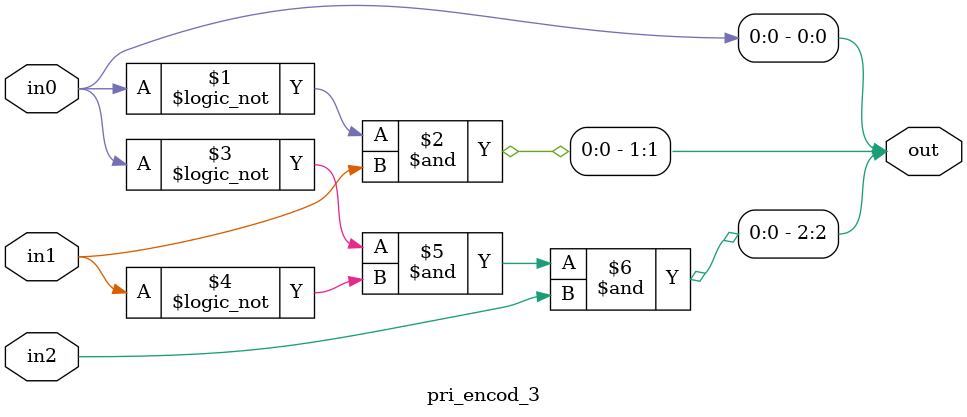
<source format=v>
/****************************************************************
 ---------------------------------------------------------------
     Copyright 1999 Sun Microsystems, Inc., 901 San Antonio
     Road, Palo Alto, CA 94303, U.S.A.  All Rights Reserved.
     The contents of this file are subject to the current
     version of the Sun Community Source License, picoJava-II
     Core ("the License").  You may not use this file except
     in compliance with the License.  You may obtain a copy
     of the License by searching for "Sun Community Source
     License" on the World Wide Web at http://www.sun.com.
     See the License for the rights, obligations, and
     limitations governing use of the contents of this file.

     Sun, Sun Microsystems, the Sun logo, and all Sun-based
     trademarks and logos, Java, picoJava, and all Java-based
     trademarks and logos are trademarks or registered trademarks 
     of Sun Microsystems, Inc. in the United States and other
     countries.
 ----------------------------------------------------------------
******************************************************************/

module rcu_ctl (
	
	opcode_1_rs1_r,
	opcode_2_rs1_r,
	valid_rs1_r,
	help_rs1_r,
	type_rs1_r,
	lvars_acc_rs1,
	st_index_op_rs1_r,
	lv_rs1_r,
	reverse_ops_rs1_r,
	update_optop_r,
	ucode_active,
	ucode_dest_we,
	ucode_dest_sel,
	opcode_1_rs2_r,
	opcode_2_rs2_r,
	valid_rs2_r,
	lvars_acc_rs2,
	lv_rs2_r,
	valid_op_r,
	opcode_1_op_r,
	opcode_2_op_r,
	opcode_1_rsd_r,
	opcode_2_rsd_r,
	valid_rsd_r,
	group_1_r,
	group_2_r,
	group_3_r,
	group_4_r,
	group_5_r,
	group_6_r,
	group_7_r,
	group_9_r,
	no_fold_r,
	put_field2_quick_r,
	hold_e,
	hold_c,
	hold_ucode,
	inst_vld,
	sc_miss_rs1_int,
	sc_miss_rs2_int,
	bypass_scache_rs1_e,
	bypass_scache_rs1_c,
	bypass_scache_rs1_w,
	bypass_scache_rs2_e,
	bypass_scache_rs2_c,
	bypass_scache_rs2_w,
	sc_wr_addr_gr_scbot,
	iu_smu_flush_le,
	iu_smu_flush_ge,
	ucode_done,
	iu_trap_r,
	sin,	
	sm,
	clk,
	reset_l,
	gl_sel_rs1,
        const_sel_1_rs1,
        const_sel_2_rs1,
        const_gl_sel_rs1,
        scache_addr_sel_rs1,
        final_data_sel_rs1,
	gl_sel_rs2,
	const_sel_1_rs2,
	const_sel_2_rs2,
	const_gl_sel_rs2,
	scache_addr_sel_rs2,
	final_data_sel_rs2,
	scache_rd_miss_e,
	optop_incr_sel,
	dest_addr_sel_r,
	dest_addr_sel_e,
	net_optop_sel1,
	net_optop_sel2,
	net_optop_sel,
	optop_offset_sel_r,
	enable_cmp_e_rs1,
        enable_cmp_c_rs1,
        enable_cmp_w_rs1,
	enable_cmp_e_rs2,
        enable_cmp_c_rs2,
        enable_cmp_w_rs2,
	iu_data_we_w,
	gl_reg0_we_w,
	gl_reg1_we_w,
	gl_reg2_we_w,
	gl_reg3_we_w,
	rs1_forward_mux_sel,
	rs2_forward_mux_sel,
	scache_wr_miss_w,
	iu_smu_flush,
	first_cycle,
	second_cycle,
	first_vld_c,
	inst_complete_w,
	so
);

input	[7:0]	opcode_1_rs1_r;		// 1st byte of opcode in RS1 stage
input	[7:0]	opcode_2_rs1_r;		// 2nd byte of opcode in RS1 stage
input		valid_rs1_r;		// Inicates that the opcode in RS1 is valid
input		help_rs1_r;		// Indicates multi-rstage op. in RS1
input	[7:0]	type_rs1_r;		// indicates the type of long op in rs1
                                        // type[0] = long or double load
                                        // type[1] = long or double store
                                        // type[2] = long add, and, sub, or, xor or 
                                        // neg operation
                                        // type[3] = double add, sub, rem, mul, div 
                                        // or compare operation
                                        // type[4] = long shift left operation
                                        // type[5] = long shift right operation
                                        // type[6] = priv write operations
                                        // type[7] = long compares
input		lvars_acc_rs1;		// This signal is asserted for all operations
					// which access scache using lvars reg in RS1
input		st_index_op_rs1_r;	// This indicates that there's a st_*_index op in RS1
input		lv_rs1_r;		// Indicates that there's a pure LV op in RS1
input		reverse_ops_rs1_r;	// Used to fix an Xface proble between FPU and IU
input		update_optop_r;		// priv_optop_update op in RS1
input		ucode_active;		// This signal indicates that ucode want to acess
					// scache
input		ucode_dest_we;		// This signal indicates that ucode wants to write to s$
input		ucode_dest_sel;		// ucode_dest_sel -> 1: Use adder_out_e as the address, else 
					// use ucode_areg0
input	[7:0]	opcode_1_rs2_r;		// 1st byte of opcode in RS2 stage
input	[7:0]	opcode_2_rs2_r;		// 2nd byte of opcode in RS2 stage
input		valid_rs2_r;		// Indicates a valid opcode in RS2 stage
input		lvars_acc_rs2;		// This signal is asserted for all operations
					// wich access scache using lvars reg in RS2
input		lv_rs2_r;		// Indicates that there's a pure LV op in RS2
input		valid_op_r;		// Indicates a valid opcode in OP
input	[7:0]	opcode_1_op_r;		// First byte of OP
input	[7:0]	opcode_2_op_r;		// Second byte of OP
input	[7:0]	opcode_1_rsd_r;		// First byte of RSd
input	[7:0]	opcode_2_rsd_r;		// Second byte of RSd
input		valid_rsd_r;		// Indicates a valid MEM op in rsd + long and dstores
input		group_1_r;		// Indicates a group 1 folding
input		group_2_r;		// Indicates a group 2 folding
input		group_3_r;		// Indicates a group 3 folding
input		group_4_r;		// Indicates a group 4 folding
input		group_5_r;		// Indicates a group 5 folding
input		group_6_r;		// Indicates a group 6 folding
input		group_7_r;		// Indicates a group 7 folding
input		group_9_r;		// Indicates a group 8 folding
input		no_fold_r;		// Indicates no folding
input		put_field2_quick_r;	// Indicates a putfield2_quick operation
input		hold_e;			// Signal from pipeline control to hold e-stage
input		hold_c;			// Signal from pipeline control to hold c-stage
input		hold_ucode;		// ucode hold signal
input	[2:0]	inst_vld;		// [2] -> Valid inst. in W, [1] in C stage and soon
input		sc_miss_rs1_int;	// Compare output of sc_bototm and scache_addr_rs1
input		sc_miss_rs2_int;	// Compare output of sc_bototm and scache_addr_rs2
input          	bypass_scache_rs1_e;    // Bypass data from e-stage to rs1 stage
input          	bypass_scache_rs1_c;    // Bypass data from c-stage to rs1 stage
input          	bypass_scache_rs1_w;    // Bypass data from w-stage to rs1 stage
input          	bypass_scache_rs2_e;    // Bypass data from e-stage to rs2 stage
input          	bypass_scache_rs2_c;    // Bypass data from c-stage to rs2 stage
input          	bypass_scache_rs2_w;    // Bypass data from w-stage to rs2 stage
input          	sc_wr_addr_gr_scbot;    // Indicates that scache write address is greater than sc_bot
input          	iu_smu_flush_le;    	// Indicates that scache write address is less than or eq to sc_bot+8
input          	iu_smu_flush_ge;    	// Indicates that scache write address is gr than or eq to sc_bot+8
input		ucode_done;		// Indicates ucode is done
input		iu_trap_r;		// Trap in R-stage
input		sin;			// RCU Control Scan In Port
input		sm;			// RCU Control Scan Enable Port
input		clk;			// Clock
input		reset_l;			// Reset
output	[3:0]   gl_sel_rs1;             // ctrl signal for selecting one of the gl regs in RS1
output  [5:0]   const_sel_1_rs1;        // following two ctrl signals are used for
output  [6:0]   const_sel_2_rs1;        // for selecting constants or imm. offset in RS1
output  [2:0]   const_gl_sel_rs1;       // ctrl signal to slect one of globals or constants in RS1
output  [4:0]   scache_addr_sel_rs1;    // ctrl signal to determine what address is used for
                                        // accessing scache in RS1
output  [1:0]   final_data_sel_rs1;     // ctrl signal to determine whether we select data
                                        // from scache or from globals/constants as the final
					// rs1_data_e in RS1
output  [3:0]   gl_sel_rs2;             // ctrl signal for selecting one of the gl regs in RS2
output  [5:0]   const_sel_1_rs2;        // following two ctrl signals are used for
output  [6:0]   const_sel_2_rs2;        // for selecting constants or imm. offset in RS2
output  [2:0]   const_gl_sel_rs2;       // ctrl signal to slect one of globals or constants in RS2
output  [4:0]   scache_addr_sel_rs2;    // ctrl signal to determine what address is used for
                                        // accessing scache in RS2
output	[1:0]   final_data_sel_rs2;     // ctrl signal to determine whether we select data
                                        // from scache or from globals/constants as the final rs2_data_e
output		scache_rd_miss_e;	// scache miss in RS1 or RS2 stage
output	[7:0]	optop_incr_sel;		// This will select the appropriate net optop as the dest addr.
output	[2:0]	dest_addr_sel_e;	// this selects the appropriate addr. as the final dest. addr in e
output	[2:0]	dest_addr_sel_r;	// this selects the appropriate addr. as the final dest. addr in r
output	[4:0]	net_optop_sel1;		// The following three signals are used to select the appr.
output	[3:0]	net_optop_sel2;		// optop in rcu_dpath
output	[1:0]	net_optop_sel;
output	[5:0]	optop_offset_sel_r;	// This will select app. inc/dec in optop 
output           enable_cmp_e_rs1;    	// Only incase of writes to dest, "d" and read to loc. "d" in e,
                                        // we should enable the bypassing comparison in e for RS1
output           enable_cmp_c_rs1;     	// Only incase of writes to dest, "d" and read to loc. "d" in e,
                                       	// we should enable the bypassing comparison in c for RS1
output           enable_cmp_w_rs1;     	// Only incase of writes to dest, "d" and read to loc. "d" in e,
                                        // we should enable the bypassing comparison in w for RS1
output           enable_cmp_e_rs2;    	// Only incase of writes to dest, "d" and read to loc. "d" in e,
                                        // we should enable the bypassing comparison in e for RS2
output           enable_cmp_c_rs2;     	// Only incase of writes to dest, "d" and read to loc. "d" in e,
                                       	// we should enable the bypassing comparison in c for RS2
output           enable_cmp_w_rs2;     	// Only incase of writes to dest, "d" and read to loc. "d" in e,
                                        // we should enable the bypassing comparison in w for RS2
output		iu_data_we_w;		// write enable signal to write the data onto scache
output		gl_reg0_we_w;		// Write Enable for Global Reg0 
output		gl_reg1_we_w;		// Write Enable for Global Reg1 
output		gl_reg2_we_w;		// Write Enable for Global Reg2 
output		gl_reg3_we_w;		// Write Enable for Global Reg3 
output	[3:0]	rs1_forward_mux_sel;	// 3-> forward from W, 2 from C and so-on 
output	[3:0]	rs2_forward_mux_sel;	// 3-> forward from W, 2 from C and so-on 
output		scache_wr_miss_w;	// Indicates that there's a scache write miss 
output		iu_smu_flush;		// Flush the stores/loads in the dribbler pipeline
output		first_cycle;		// First cycle of a multi-rstage op
output		second_cycle;		// Second cycle of a multi-rstage op
output		first_vld_c;		// For appr. holding of pipe for fpu ops
output		inst_complete_w;	// This signal indicates that instr. is complete (in w-stage)
output		so;			// RCU Control Scan Out Port

wire	[1:0]	mul_cyc_state;
wire	[1:0]	nxt_mul_cyc_state;
wire	[3:0]	gl_reg_id_r;
wire	[3:0]	gl_reg_id_e;
wire	[3:0]	gl_reg_id_c;
wire	[3:0]	gl_reg_id_w;
wire	[3:0]	gl_reg_id_rs1;
wire	[3:0]	gl_reg_id_rs2;
wire		act_bypass_scache_rs2_e;
wire		ext_opcode_rsd;
wire		gl_reg_we_r;
wire		gl_reg_we_e;
wire		gl_reg_we_e_int;
wire		gl_reg_we_c_int;
wire		gl_reg_we_w_int;
wire		write_global0;
wire		write_global1;
wire		write_global2;
wire		write_global3;
wire		ucode_done_c;
wire		ucode_done_w;
wire		scache_wr_miss_w_int;
wire		iinc_rs1;
wire		scache_wr_miss_c;
wire		first_cycle_e;
wire		first_cycle_c;
wire		first_cycle_w;
wire		gl_reg_rd_rs1;
wire		gl_reg_rd_rs2;
wire		scache_access_rs1;
wire		scache_access_rs2;
wire		bypass_hit_rs1_r;
wire		bypass_hit_rs2_r;
wire		bypass_data_rs1_estage_r;
wire		bypass_data_rs1_cstage_r;
wire		bypass_data_rs1_wstage_r;
wire		bypass_data_rs2_estage_r;
wire		bypass_data_rs2_cstage_r;
wire		bypass_data_rs2_wstage_r;
wire		bypass_gl_reg_rs1_e;
wire		bypass_gl_reg_rs1_c;
wire		bypass_gl_reg_rs1_w;
wire		bypass_gl_reg_rs2_e;
wire		bypass_gl_reg_rs2_c;
wire		bypass_gl_reg_rs2_w;
wire		nobypass_rs1_r;
wire		nobypass_rs2_r;
wire		gl_reg_we_c;
wire		gl_reg_we_w;
wire		sc_miss_rs1_int;
wire		iu_data_we_int;
wire		iu_data_we_r;
wire		iu_data_we_e_int;
wire		iu_data_we_e_int1;
wire		iu_data_we_e;
wire		iu_data_we_c_int;
wire		iu_data_we_c;
wire		iu_data_we_w_int;
wire		sc_miss_rs2_int;
wire		sc_miss_rs1;
wire		act_sc_miss_rs1;
wire		sc_miss_rs2;
wire		act_sc_miss_rs2;
wire		aconst_null_rs1;
wire		iconst_m1_rs1;
wire		iconst_0_rs1;
wire		iconst_1_rs1;
wire		iconst_2_rs1;
wire		iconst_3_rs1;
wire		iconst_4_rs1;
wire		iconst_5_rs1;
wire		fconst_0_rs1;
wire		fconst_1_rs1;
wire		fconst_2_rs1;
wire		lconst_0_rs1;
wire		lconst_1_rs1;
wire		dconst_0_rs1;
wire		dconst_1_rs1;
wire		sipush_rs1;
wire		bipush_rs1;
wire		read_gl0_rs1;
wire		read_gl1_rs1;
wire		read_gl2_rs1;
wire		read_gl3_rs1;
wire		aconst_null_rs2;
wire		iconst_m1_rs2;
wire		iconst_0_rs2;
wire		iconst_1_rs2;
wire		iconst_2_rs2;
wire		iconst_3_rs2;
wire		iconst_4_rs2;
wire		iconst_5_rs2;
wire		fconst_0_rs2;
wire		fconst_1_rs2;
wire		fconst_2_rs2;
wire		lconst_0_rs2;
wire		lconst_1_rs2;
wire		dconst_0_rs2;
wire		dconst_1_rs2;
wire		sipush_rs2;
wire		bipush_rs2;
wire		read_gl0_rs2;
wire		read_gl1_rs2;
wire		read_gl2_rs2;
wire		read_gl3_rs2;

//***** BEGIN: RS1 section of the control ******//

// We need to qualify sc_miss_rs1_int with ucode_active and
// lvars_acc_rs1 signal to generate the actual miss signal

// Also if there's  a bypass hit, we should not generate any
// scache read miss signal

assign	sc_miss_rs1 = sc_miss_rs1_int & (ucode_active | lvars_acc_rs1)
			& !(bypass_hit_rs1_r); 

// Added to improve timing on scache read miss path 

// hold ucode is used to fix a problem 

assign	act_sc_miss_rs1 = (sc_miss_rs1 & (!hold_e | ucode_active&!hold_ucode));

// ff_sr           flop_scache_hit_rs1(.out(sc_miss_rs1_e),
//                                 .din((sc_miss_rs1 & (!hold_e | ucode_active))),
//                                 .clk(clk),
// 				.reset_l(reset_l) );

// Generate scache address select signals for RS1
// Whenever there's "iinc" or "ret" or "ld_*_index" or "st_*_index"   in op, 
// use lvars - offset to access scache

// In the second cycle of long or double loads, select lvars-offset-4
assign	scache_addr_sel_rs1[4] = !(ucode_active) & type_rs1_r[0] & second_cycle;

// For all other lvars access use lvars-offset
assign	scache_addr_sel_rs1[3] = !(ucode_active) & (lvars_acc_rs1) & 
				!(type_rs1_r[0] & second_cycle);

// Whenever ucode_active is high use ucode_addr_s
assign	scache_addr_sel_rs1[2] = ucode_active;

// Whenever we want to access optop+2 use this signal
assign	scache_addr_sel_rs1[1] = !ucode_active & (

		(type_rs1_r[1] & first_cycle) |	// long or double st and 1st cycle
		(type_rs1_r[2] & first_cycle) | // long add, and, sub, or, xor or
						// neg operation and 1st cycle
		(type_rs1_r[3] & second_cycle)|	// double add,sub,rem.mul,div or
						// compare operation and 2nd cycle
		(type_rs1_r[4] & second_cycle)| // long left shift  and 2nd cycle
		(type_rs1_r[5] & second_cycle)| // long right shift and 2nd cycle
		(type_rs1_r[7] & second_cycle)|	// long compare and 2nd cycle 
		(reverse_ops_rs1_r) 	      |	// For d2i,d2l,d2f,l2f,l2d
		(update_optop_r & second_cycle) // priv_update_optop needs oplim
						// in the second cycle
		);

// Otherwise access Top Of Stack
assign	scache_addr_sel_rs1[0] = !(|scache_addr_sel_rs1[4:1]);

// Decode the opcode in RS1

decode_opcode	decode_opcode_rs1(.opcode({opcode_1_rs1_r,opcode_2_rs1_r}),
				.valid(valid_rs1_r),
				.aconst_null(aconst_null_rs1),
				.iconst_m1(iconst_m1_rs1),
        			.iconst_0(iconst_0_rs1),
			        .iconst_1(iconst_1_rs1),
			        .iconst_2(iconst_2_rs1),
			        .iconst_3(iconst_3_rs1),
			        .iconst_4(iconst_4_rs1),
			        .iconst_5(iconst_5_rs1),
			        .lconst_0(lconst_0_rs1),
			        .lconst_1(lconst_1_rs1),
			        .fconst_0(fconst_0_rs1),
			        .fconst_1(fconst_1_rs1),
			        .fconst_2(fconst_2_rs1),
			        .dconst_0(dconst_0_rs1),
 			      	.dconst_1(dconst_1_rs1),
			        .bipush(bipush_rs1),
			        .sipush(sipush_rs1),
			        .read_gl0(read_gl0_rs1),
			        .read_gl1(read_gl1_rs1),
			        .read_gl2(read_gl2_rs1),
			        .read_gl3(read_gl3_rs1)
				);

// Generate controls for accessing appropriate global register in RS1

assign	gl_sel_rs1[3] = read_gl3_rs1;
assign	gl_sel_rs1[2] = read_gl2_rs1;
assign	gl_sel_rs1[1] = read_gl1_rs1;
assign	gl_sel_rs1[0] = !(|gl_sel_rs1[3:1]);


// Generate controls for accessing appropriate constants/offset in RS1

assign	const_sel_1_rs1[5] = iconst_4_rs1;
assign	const_sel_1_rs1[4] = iconst_3_rs1;
assign	const_sel_1_rs1[3] = iconst_2_rs1;
assign	const_sel_1_rs1[2] = iconst_1_rs1 | (lconst_1_rs1 & first_cycle) ;
assign	const_sel_1_rs1[1] = aconst_null_rs1 | iconst_0_rs1 | 
			     (lconst_1_rs1 & second_cycle) | (lconst_0_rs1);
assign	const_sel_1_rs1[0] = !(|const_sel_1_rs1[5:1]);

assign	const_sel_2_rs1[6] = sipush_rs1;
assign	const_sel_2_rs1[5] = bipush_rs1;
assign	const_sel_2_rs1[4] = fconst_2_rs1;
assign	const_sel_2_rs1[3] = dconst_1_rs1 & second_cycle;
assign	const_sel_2_rs1[2] = fconst_1_rs1;
assign	const_sel_2_rs1[1] = fconst_0_rs1 | (dconst_1_rs1 & first_cycle) |
					(dconst_0_rs1);
assign	const_sel_2_rs1[0] = !(|const_sel_2_rs1[6:1]);

// Generate controls for accessing either global regs/constants in RS1

assign	const_gl_sel_rs1[0] =  read_gl3_rs1 | read_gl2_rs1 | read_gl1_rs1 |
			       read_gl0_rs1;
assign	const_gl_sel_rs1[1] =  iconst_m1_rs1 | iconst_0_rs1 | aconst_null_rs1 |
			       iconst_1_rs1 | iconst_2_rs1 | iconst_3_rs1 | 
			       iconst_4_rs1 | lconst_0_rs1 | lconst_1_rs1;
assign	const_gl_sel_rs1[2] =  !(|const_gl_sel_rs1[1:0]);

// This signal is used for Global Reg, bypassing
assign	gl_reg_rd_rs1 = const_gl_sel_rs1[0];

// Generate controls for accessing either scache data/globaland constants in RS1
// Whenever ucode wants to access data, it should be given priority

assign	final_data_sel_rs1[0] = ( iconst_m1_rs1 | iconst_0_rs1 | iconst_1_rs1 |
				iconst_2_rs1  | iconst_3_rs1 | iconst_4_rs1 | 
				iconst_5_rs1  | fconst_0_rs1 | fconst_1_rs1 | 
				fconst_2_rs1  | dconst_0_rs1 | dconst_1_rs1 | 
				lconst_0_rs1  | lconst_1_rs1 | sipush_rs1   | 
				bipush_rs1    | read_gl0_rs1 | read_gl1_rs1 | 
				read_gl2_rs1  | read_gl3_rs1 | aconst_null_rs1) 
				& !ucode_active;

assign	final_data_sel_rs1[1] = !final_data_sel_rs1[0];

// This signal is used for Stcak Cache Access Bypass
assign	scache_access_rs1 = final_data_sel_rs1[1];

//***** END: RS1 section of the control *****//

//***** BEGIN: RS2 section of the control *****//

// We need to qualify sc_miss_rs2_int with
// lvars_acc_rs2 signal to generate the actual miss signal
// Also if there's  a bypass hit, we should not generate any
// scache read miss signal

assign	sc_miss_rs2 = (sc_miss_rs2_int &  lvars_acc_rs2) 
			& !(bypass_hit_rs2_r); 

// Added to improve timing on read scache miss signal 

// hold ucode is used to fix a problem 

assign	act_sc_miss_rs2 = (sc_miss_rs2 & !(hold_e | ucode_active&!hold_ucode) );

ff_sr           flop_scache_hit(.out(scache_rd_miss_e),
                                .din((act_sc_miss_rs1 | act_sc_miss_rs2)),
                                .clk(clk),
				.reset_l(reset_l) );

// Whenever there's a stack cache miss in either RS1 or RS2 stage
// generate a stck cache read miss. Also qualify it with valid
// inst. in e - Removed this to improve timing on read scache miss 

// assign	scache_rd_miss_e =  (sc_miss_rs1_e | sc_miss_rs2_e) & inst_vld[0];

// Generate scache address select signals for RS1
// Use this signal to access scache using lvars
assign	scache_addr_sel_rs2[4] = lvars_acc_rs2 ;

// Use this signal to access scache at location optop+4
assign	scache_addr_sel_rs2[3] =  

		(type_rs1_r[2] & first_cycle) |	// lond add, and, sub, or, xor or
						// neg operation and 1st cycle
		(type_rs1_r[3] & second_cycle)|	// double add,sub,rem,mul,div or
						// compare operation and 2nd cycle
		(type_rs1_r[7] & second_cycle); // long compare and 2nd cycle

//Use this signal to access scache at location optop+3
assign	scache_addr_sel_rs2[2] =

		(type_rs1_r[2] & second_cycle) | // lond add, and, sub, or, xor or
                                                // neg operation and 2nd cycle
		(type_rs1_r[3] & first_cycle)| 	// double add,sub,rem,mul,div or
                                                // compare operation and 1st cycle
		(type_rs1_r[4]) |		// long left shift op 
		(type_rs1_r[5] & second_cycle) |// long right shift and 2nd cycle
		(type_rs1_r[7] & first_cycle)  |// long compares and 1st cycle	
		put_field2_quick_r;		// putfield2_quick

// If there's an LV in RS1 and no LV in RS2 access Top Of Stack
// Also, whenever there are st_*_index operations in RS1 use RS2 to access
// TOS not NTOS
assign	scache_addr_sel_rs2[1] = (lv_rs1_r & !lv_rs2_r | st_index_op_rs1_r |
					reverse_ops_rs1_r);  // For d2i,d2l,d2f,l2f,l2d

//Otherwise access Next Top Of Stack
assign	scache_addr_sel_rs2[0] = !(|scache_addr_sel_rs2[4:1]);

//Decode the opcode in RS2
decode_opcode   decode_opcode_rs2(.opcode({opcode_1_rs2_r,opcode_2_rs2_r}),
                                .valid(valid_rs2_r),
				.aconst_null(aconst_null_rs2),
                                .iconst_m1(iconst_m1_rs2),
                                .iconst_0(iconst_0_rs2),
                                .iconst_1(iconst_1_rs2),
                                .iconst_2(iconst_2_rs2),
                                .iconst_3(iconst_3_rs2),
                                .iconst_4(iconst_4_rs2),
                                .iconst_5(iconst_5_rs2),
                                .lconst_0(lconst_0_rs2),
                                .lconst_1(lconst_1_rs2),
                                .fconst_0(fconst_0_rs2),
                                .fconst_1(fconst_1_rs2),
                                .fconst_2(fconst_2_rs2),
                                .dconst_0(dconst_0_rs2),
                                .dconst_1(dconst_1_rs2),
                                .bipush(bipush_rs2),
                                .sipush(sipush_rs2),
                                .read_gl0(read_gl0_rs2),
                                .read_gl1(read_gl1_rs2),
                                .read_gl2(read_gl2_rs2),
                                .read_gl3(read_gl3_rs2)
                                );
 
// Generate controls for accessing appropriate global register in RS2
 
assign  gl_sel_rs2[3] = read_gl3_rs2;
assign  gl_sel_rs2[2] = read_gl2_rs2;
assign  gl_sel_rs2[1] = read_gl1_rs2;
assign  gl_sel_rs2[0] = !(|gl_sel_rs2[3:1]);

// Generate controls for accessing appropriate constants/offset in RS2
 
assign  const_sel_1_rs2[5] = iconst_4_rs2;
assign  const_sel_1_rs2[4] = iconst_3_rs2;
assign  const_sel_1_rs2[3] = iconst_2_rs2;
assign  const_sel_1_rs2[2] = iconst_1_rs2; 
assign  const_sel_1_rs2[1] = iconst_0_rs2 | aconst_null_rs2;
assign  const_sel_1_rs2[0] = !(|const_sel_1_rs2[5:1]);
 
// Whenver there's an iinc in RS1 we need to sign extend
// offset_2_rs1_r and shove it thru RS2
// For iinc, valid_rs1 is not high. Hence we cannot determine
// it from opcode_1_rs1_r and valid_rs1_r
assign	iinc_rs1 = (opcode_1_op_r == 8'd132) & valid_op_r;
assign  const_sel_2_rs2[6] = iinc_rs1;
assign  const_sel_2_rs2[5] = sipush_rs2;
assign  const_sel_2_rs2[4] = bipush_rs2;
assign  const_sel_2_rs2[3] = fconst_2_rs2;
assign  const_sel_2_rs2[2] = fconst_1_rs2;
assign  const_sel_2_rs2[1] = fconst_0_rs2;
assign  const_sel_2_rs2[0] = !(|const_sel_2_rs2[6:1]);
 
// Generate controls for accessing either global regs/constants in RS2
 
assign  const_gl_sel_rs2[0] =  read_gl3_rs2 | read_gl2_rs2 | read_gl1_rs2 |
                               read_gl0_rs2;
assign  const_gl_sel_rs2[1] =  iconst_m1_rs2 | aconst_null_rs2 | iconst_0_rs2 | 
			       iconst_1_rs2 | iconst_2_rs2 | iconst_3_rs2 | 
			       iconst_4_rs2;
assign  const_gl_sel_rs2[2] =  !(|const_gl_sel_rs2[1:0]);

// This signal is used for Global Reg, bypassing
assign	gl_reg_rd_rs2 = const_gl_sel_rs2[0];

// Generate controls for accessing either scache data/globaland constants in RS1
 
assign  final_data_sel_rs2[0] = iconst_m1_rs2 | iconst_0_rs2 | iconst_1_rs2 |
                                iconst_2_rs2  | iconst_3_rs2 | iconst_4_rs2 |
                                iconst_5_rs2  | fconst_0_rs2 | fconst_1_rs2 |
                                fconst_2_rs2  | sipush_rs2   | bipush_rs2   | 
				read_gl0_rs2 | read_gl1_rs2  | read_gl2_rs2 | 
				read_gl3_rs2 | aconst_null_rs2 | iinc_rs1;
 
assign	final_data_sel_rs2[1] = !(final_data_sel_rs2[0]);

// This signal is used for Stcak Cache Access Bypass
assign	scache_access_rs2 = final_data_sel_rs2[1];

 
//***** END: RS2 section of the control *****//

//***** BEGIN: RSd section of the control ******//

// Instantiate a decoder which will decode the offset which need be added to optop to
// generate the destination address
 
dest_decoder    dest_dec(.opcode({opcode_1_op_r,opcode_2_op_r}),
                        .first_cyc(first_cycle),
                        .second_cyc(second_cycle),
                        .valid(valid_op_r),
			.group_2_r(group_2_r),
			.group_3_r(group_3_r),
			.group_5_r(group_5_r),
			.group_6_r(group_6_r),
			.group_7_r(group_7_r),
                        .optop_incr_sel(optop_incr_sel),
			.dest_we(iu_data_we_int) );

// Now whenver there's a valid_rsd or iinc, select lvars - offset as the destination
// address, otherwise select optop + offset

// Whenever, ucode wants to write to stack and ucode_dest_sel is 1,
// select adder_out_e as the dest address
assign	dest_addr_sel_e[2] =	ucode_dest_we & ucode_dest_sel; 

// Whenever, ucode wants to write to stack and ucode_dest_sel is 0,
// select ucode_areg0 as the dest address
assign	dest_addr_sel_e[1] =	ucode_dest_we & !ucode_dest_sel; 

// In all other cases select dest_addr_e_int

assign	dest_addr_sel_e[0] =	!ucode_dest_we;


// Whenever there's a long or double store, select lvars - offset - 4 in the
// second cycle 
assign	dest_addr_sel_r[1] =  valid_rsd_r & second_cycle;

// otherwise if there's a valid_rsd  select lvars - offset
assign	dest_addr_sel_r[2] = (valid_rsd_r & !second_cycle);

// by default select optop + offset
assign	dest_addr_sel_r[0] = !(|dest_addr_sel_r[2:1]);


optop_decoder	optop_dec(.opcode({opcode_1_op_r,opcode_2_op_r}),
			.valid(valid_op_r),
			.second_cyc(second_cycle),
			.group_3_r(group_3_r),
			.group_5_r(group_5_r),
			.group_6_r(group_6_r),
			.net_optop_sel1(net_optop_sel1),
			.net_optop_sel2(net_optop_sel2),
			.net_optop_sel(net_optop_sel) );

// Whenever there's
// . group_1_r or group_8_r, net inc. in optop is 0
// . group_4_r, net inc. in optop is 1
// . group_9_r, net inc. in optop is 2
// . group_2_r, net inc. in optop is -1
// For all the other groups and in case of just  one instr. issue,
// we have to use the optop_offset_int generated by decoding opcode in OP stage

// Whenever there's a trap in R-stage, we should decrement the optop by 4 entries
// This will save ucode 2 cycles. If valid_op_r is not used in the following 
// equations, then there may be two signals going high at the same time
assign 	optop_offset_sel_r[5] =  iu_trap_r;
assign 	optop_offset_sel_r[4] =  group_2_r & valid_op_r;
assign 	optop_offset_sel_r[3] =  group_4_r & valid_op_r;
assign 	optop_offset_sel_r[2] =  group_9_r & valid_op_r;
assign 	optop_offset_sel_r[1] =  (group_3_r | group_5_r | 
			      group_6_r | no_fold_r) & valid_op_r ;

assign	optop_offset_sel_r[0] = !(|optop_offset_sel_r[5:1]);

// Propogate iu_data_we_r along the pipe

// Whenever there's a valid_rsd (Except for the global writes)
// or whenever there's an operation in OP and no global writes in 
// Rsd, there would be a write enable onto scache

assign	iu_data_we_r = (iu_data_we_int | valid_rsd_r) & 
			 !(write_global0 | write_global1 |
					 write_global2 | write_global3);

ff_sre		flop_data_we_e(.out(iu_data_we_e_int),
				.din(iu_data_we_r),
				.reset_l(reset_l),
				.clk(clk),
				.enable(!hold_e));

// iu_data_we enable is either of iu data we or ucode data we

assign	iu_data_we_e_int1 = (iu_data_we_e_int | ucode_dest_we );

// Qualify iu_data_we_e_int1 with inst_vld[0] to generate
// iu_data_we_e
assign	iu_data_we_e = iu_data_we_e_int1 & inst_vld[0];
ff_sre		flop_data_we_c(.out(iu_data_we_c_int),
				.din(iu_data_we_e &inst_vld[0]),
				.reset_l(reset_l),
				.clk(clk),
				.enable(!hold_c));

// Qualify iu_data_we_c_int with inst_vld[1] to generate
// iu_data_we_c
assign	iu_data_we_c = iu_data_we_c_int & inst_vld[1];

// Since we do not hold w-stage, "AND" iu_data_we_c with !hold_c
ff_sr		flop_data_we_w(.out(iu_data_we_w_int),
				.din(iu_data_we_c &!hold_c),
				.reset_l(reset_l),
				.clk(clk));
// Qualify iu_data_we_w_int with inst_vld[2] to generate
// iu_data_we_w
assign	iu_data_we_w = iu_data_we_w_int & inst_vld[2];

// if scache write address is greater than sc_bot or
// if it is less than or equal to optop and 
// if there's a write enable in c-stage and it there's no
// hold in c-stage, generate a iu_sc_wr_miss

assign	scache_wr_miss_c = (sc_wr_addr_gr_scbot) &
			iu_data_we_c & !hold_c;

ff_sr	flop_scache_wr_miss(.out(scache_wr_miss_w_int),
			.din(scache_wr_miss_c),
			.clk(clk),
			.reset_l(reset_l));

assign	scache_wr_miss_w = scache_wr_miss_w_int & inst_vld[2];

// Whenever sc_bot-8 <= sc_wr_addr_c <= sc_bot+8 and there's a we signal
// to scache, assert iu_smu_flush signal
assign	iu_smu_flush	= (iu_smu_flush_le & iu_smu_flush_ge) & iu_data_we_c;
			

//***** BEGIN: Global Reg. section of the control ******//

// Propogate write enables to global registers and reg. IDs along the pipe

// Generate write enables for global registers

assign	ext_opcode_rsd	= (opcode_1_rsd_r == 8'd255)& valid_rsd_r;

assign	write_global0 = ext_opcode_rsd & (opcode_2_rsd_r == 8'd122);
assign	write_global1 = ext_opcode_rsd & (opcode_2_rsd_r == 8'd123);
assign	write_global2 = ext_opcode_rsd & (opcode_2_rsd_r == 8'd124);
assign	write_global3 = ext_opcode_rsd & (opcode_2_rsd_r == 8'd125);

assign	gl_reg_id_r[0] = write_global0;
assign	gl_reg_id_r[1] = write_global1;
assign	gl_reg_id_r[2] = write_global2;
assign	gl_reg_id_r[3] = write_global3;
assign	gl_reg_we_r = write_global0 | write_global1 | 
			write_global2 | write_global3;

ff_sre		flop_global_we_e(.out(gl_reg_we_e_int),
				.din(gl_reg_we_r),
				.clk(clk),
				.enable(!hold_e),
				.reset_l(reset_l));

assign		gl_reg_we_e = gl_reg_we_e_int & inst_vld[0];

ff_sre		flop_global_we_c(.out(gl_reg_we_c_int),
				.din(gl_reg_we_e),
				.clk(clk),
				.enable(!hold_c),
				.reset_l(reset_l));

assign		gl_reg_we_c = gl_reg_we_c_int & inst_vld[1];

// Since we donot hold w-stage, we have to "AND" gl_reg_we_c with
// !hold_c to generate gl_reg_we_w

ff_sr		flop_global_we_w(.out(gl_reg_we_w_int),
				.din(gl_reg_we_c &!hold_c),
				.clk(clk),
				.reset_l(reset_l));

assign		gl_reg_we_w = gl_reg_we_w_int & inst_vld[2];

ff_se_4		flop_global_reg_e(.out(gl_reg_id_e),
				.din(gl_reg_id_r),
				.clk(clk),
				.enable(!hold_e));
				
ff_se_4		flop_global_reg_c(.out(gl_reg_id_c),
				.din(gl_reg_id_e),
				.clk(clk),
				.enable(!hold_c));
				
ff_s_4		flop_global_reg_w(.out(gl_reg_id_w),
				.din(gl_reg_id_c),
				.clk(clk));

// Generate write enables to  individual registers

assign	gl_reg0_we_w = gl_reg_we_w & gl_reg_id_w[0];
assign	gl_reg1_we_w = gl_reg_we_w & gl_reg_id_w[1];
assign	gl_reg2_we_w = gl_reg_we_w & gl_reg_id_w[2];
assign	gl_reg3_we_w = gl_reg_we_w & gl_reg_id_w[3];

// Generate bypass controls for Global Register reads in RS1

assign	gl_reg_id_rs1 = {read_gl3_rs1,read_gl2_rs1,read_gl1_rs1,read_gl0_rs1};

// Enable the comparision only if there are global reg. reads in RS1 and 
// writes to them in the  app. stages 
cmp_we_4	comp_bypass_reg_rs1_e(.out(bypass_gl_reg_rs1_e),
				.in1(gl_reg_id_rs1),
				.in2(gl_reg_id_e),
				.enable((gl_reg_we_e & gl_reg_rd_rs1)) );
				
cmp_we_4	comp_bypass_reg_rs1_c(.out(bypass_gl_reg_rs1_c),
				.in1(gl_reg_id_rs1),
				.in2(gl_reg_id_c),
				.enable((gl_reg_we_c & gl_reg_rd_rs1)) );
				
cmp_we_4	comp_bypass_reg_rs1_w(.out(bypass_gl_reg_rs1_w),
				.in1(gl_reg_id_rs1),
				.in2(gl_reg_id_w),
				.enable((gl_reg_we_w & gl_reg_rd_rs1)) );

// Incase of multiple matches for bypassing, use a priprity encoder to resolve the
// contention

// bypass_gl_reg_rs1[0] = bypass data from c-stage
// bypass_gl_reg_rs1[1] = bypass data from w-stage
// bypass_gl_reg_rs1[2] = bypass data from w+1-stage

// Removed the priority Encoder. bypass signals are used as mux selects in RS1 and
// RS2 and these mux selects already go througha priority encoder. This improves
// timing on byapss as well as RS1 and RS2 paths 

// pri_encod_3	pri_encod_bypass_reg_rs1(.out(bypass_gl_reg_rs1),
// 				.in0(bypass_gl_reg_rs1_e),
// 				.in1(bypass_gl_reg_rs1_c),
// 				.in2(bypass_gl_reg_rs1_w) );
				
// These signals will see if there are writes to scache and reads to scache to
// determine bypassing for RS1
assign	enable_cmp_e_rs1 = iu_data_we_e & scache_access_rs1;
assign	enable_cmp_c_rs1 = iu_data_we_c & scache_access_rs1;
assign	enable_cmp_w_rs1 = iu_data_we_w & scache_access_rs1;

// Generate bypass controls for Global Register reads in RS2

assign	gl_reg_id_rs2 = {read_gl3_rs2,read_gl2_rs2,read_gl1_rs2,read_gl0_rs2};

// Enable the comparision only if there are global reg. reads in RS1 and 
// writes to them in the  app. stages 
cmp_we_4	comp_bypass_reg_rs2_e(.out(bypass_gl_reg_rs2_e),
				.in1(gl_reg_id_rs2),
				.in2(gl_reg_id_e),
				.enable((gl_reg_we_e & gl_reg_rd_rs2)) );
				
cmp_we_4	comp_bypass_reg_rs2_c(.out(bypass_gl_reg_rs2_c),
				.in1(gl_reg_id_rs2),
				.in2(gl_reg_id_c),
				.enable((gl_reg_we_c & gl_reg_rd_rs2)) );
				
cmp_we_4	comp_bypass_reg_rs2_w(.out(bypass_gl_reg_rs2_w),
				.in1(gl_reg_id_rs2),
				.in2(gl_reg_id_w),
				.enable((gl_reg_we_w & gl_reg_rd_rs2)) );
// Incase of multiple matches for bypassing, use a priprity encoder to resolve the
// contention

// bypass_gl_reg_rs2[0] = bypass data from c-stage
// bypass_gl_reg_rs2[1] = bypass data from w-stage
// bypass_gl_reg_rs2[2] = bypass data from w+1-stage

// Removed the priority Encoder. bypass signals are used as mux selects in RS1 and
// RS2 and these mux selects already go througha priority encoder. This improves
// timing on byapss as well as RS1 and RS2 paths 

// pri_encod_3	pri_encod_bypass_reg_rs2(.out(bypass_gl_reg_rs2),
// 				.in0(bypass_gl_reg_rs2_e),
// 				.in1(bypass_gl_reg_rs2_c),
// 				.in2(bypass_gl_reg_rs2_w) );

// Bypass logic for stack operands in RS1
// Qualify the comparision with 
// . (ucode_active | lv_acc_rs1) -> This means the address scache_addr_rs1 
//				    is a valid one and
// . iu_data_we			-> This means dest_addr_e used is a valid one

// These signals will see if there are writes to scache and reads to scache to
// determine bypassing for RS2
assign	enable_cmp_e_rs2 = iu_data_we_e & scache_access_rs2;
assign	enable_cmp_c_rs2 = iu_data_we_c & scache_access_rs2;
assign	enable_cmp_w_rs2 = iu_data_we_w & scache_access_rs2;

// Incase of multiple matches for bypassing, use a priprity encoder to resolve the
// contention

// bypass_scache_rs1[0] = bypass data from c-stage
// bypass_scache_rs1[1] = bypass data from w-stage
// bypass_scache_rs1[2] = bypass data from w+1-stage

// Removed the priority Encoder. bypass signals are used as mux selects in RS1 and
// RS2 and these mux selects already go througha priority encoder. This improves
// timing on byapss as well as RS1 and RS2 paths 

// pri_encod_3	pri_encod_bypass_scache_rs1(.out(bypass_scache_rs1),
// 				.in0(bypass_scache_rs1_e),
// 				.in1(bypass_scache_rs1_c),
// 				.in2(bypass_scache_rs1_w) );


// Incase of multiple matches for bypassing, use a priprity encoder to resolve the
// contention

// bypass_scache_rs2[0] = bypass data from c-stage
// bypass_scache_rs2[1] = bypass data from w-stage
// bypass_scache_rs2[2] = bypass data from w+1-stage

// Incase of 2-cycle operations, we dont have to bypass data from
// R2 stage (E-stage) to R1 stage. This will remove lots of false
// bypassing stuff incase of Double operations, Eg:
// DADD ->	cyc.1 Read Top1 and Top3 (MSBs) write to LSB -> Top4
//		cyc.2 Read Top2 and Top4  (LSBs)

assign	act_bypass_scache_rs2_e = bypass_scache_rs2_e & !second_cycle;

// Removed the priority Encoder. bypass signals are used as mux selects in RS1 and
// RS2 and these mux selects already go througha priority encoder. This improves
// timing on byapss as well as RS1 and RS2 paths 

// pri_encod_3	pri_encod_bypass_scache_rs2(.out(bypass_scache_rs2),
// 				.in0(act_bypass_scache_rs2_e),
// 				.in1(bypass_scache_rs2_c),
// 				.in2(bypass_scache_rs2_w) );

// Final Bypass Signals from R-stage

// For RS1

// In case of Global Reg matches or scache addr matches in estage 
// bypass estage data and so-on

// Removed the priority Encoder. bypass signals are used as mux selects in RS1 and
// RS2 and these mux selects already go througha priority encoder. This improves
// timing on byapss as well as RS1 and RS2 paths 

// assign	bypass_data_rs1_estage_r = bypass_gl_reg_rs1[0] | bypass_scache_rs1[0];
// assign	bypass_data_rs1_cstage_r = bypass_gl_reg_rs1[1] | bypass_scache_rs1[1];
// assign	bypass_data_rs1_wstage_r = bypass_gl_reg_rs1[2] | bypass_scache_rs1[2];

// Added ucode_done to fix a problem 
// Whwnever there's a ucode instruction in E-stage, write_global_X in C/W stage
// and read_global_X in R-stage, we'll have bypass high there by giving wrong
// data to Ucode stack access  

assign	bypass_data_rs1_estage_r = (bypass_gl_reg_rs1_e &ucode_done)
					| bypass_scache_rs1_e;
assign	bypass_data_rs1_cstage_r = (bypass_gl_reg_rs1_c &ucode_done)  
					| bypass_scache_rs1_c;
assign	bypass_data_rs1_wstage_r = (bypass_gl_reg_rs1_w &ucode_done)  
					| bypass_scache_rs1_w;

assign	nobypass_rs1_r = !(bypass_data_rs1_estage_r | bypass_data_rs1_cstage_r |
			   bypass_data_rs1_wstage_r);
// Whenver there's a bypass hit, we should not generate any scache read miss
assign	bypass_hit_rs1_r = (bypass_data_rs1_estage_r | bypass_data_rs1_cstage_r |
				bypass_data_rs1_wstage_r);

// All the bypass signals are latched in ex_dpath to imrpove timing on RS1 and RS2
// The following flops are all moved to ex_dpath to improve timing 

// ff_sre	flop_bypass_rs1_estage(.out(bypass_data_rs1_estage_e),
// 				.din(bypass_data_rs1_estage_r),
// 				.clk(clk),
// 				.enable(!(hold_e & !ucode_active)),
// 				.reset_l(reset_l));

// ff_sre	flop_bypass_rs1_cstage(.out(bypass_data_rs1_cstage_e),
// 				.din(bypass_data_rs1_cstage_r),
// 				.clk(clk),
// 				.enable(!(hold_e & !ucode_active)),
// 				.reset_l(reset_l));

// ff_sre	flop_bypass_rs1_wstage(.out(bypass_data_rs1_wstage_e),
// 				.din(bypass_data_rs1_wstage_r),
// 				.clk(clk),
// 				.enable(!(hold_e & !ucode_active)),
// 				.reset_l(reset_l));

// ff_sre	flop_nobypass_rs1(.out(nobypass_rs1_e),
// 			.din(nobypass_rs1_r),
// 			.clk(clk),
// 			.enable(!(hold_e & !ucode_active)),
// 			.reset_l(reset_l));

//  This signal is used for selecting appr. data in EX stage
// assign	rs1_forward_mux_sel[3] = bypass_data_rs1_estage_e;
// assign	rs1_forward_mux_sel[2] = bypass_data_rs1_cstage_e;
// assign	rs1_forward_mux_sel[1] = bypass_data_rs1_wstage_e;
// assign	rs1_forward_mux_sel[0] = nobypass_rs1_e;

assign	rs1_forward_mux_sel[3] = bypass_data_rs1_estage_r;
assign	rs1_forward_mux_sel[2] = bypass_data_rs1_cstage_r;
assign	rs1_forward_mux_sel[1] = bypass_data_rs1_wstage_r;
assign	rs1_forward_mux_sel[0] = nobypass_rs1_r;

// For RS2

// In case of Global Reg matches or scache addr matches in estage 
// bypass estage data and so-on.

// Removed the priority Encoder. bypass signals are used as mux selects in RS1 and
// RS2 and these mux selects already go througha priority encoder. This improves
// timing on byapss as well as RS1 and RS2 paths 

// assign	bypass_data_rs2_estage_r = ( bypass_gl_reg_rs2[0] | bypass_scache_rs2[0]);
// assign	bypass_data_rs2_cstage_r = ( bypass_gl_reg_rs2[1] | bypass_scache_rs2[1]);
// assign	bypass_data_rs2_wstage_r = ( bypass_gl_reg_rs2[2] | bypass_scache_rs2[2]);

assign	bypass_data_rs2_estage_r = ( (bypass_gl_reg_rs2_e &ucode_done)
						 | act_bypass_scache_rs2_e);
assign	bypass_data_rs2_cstage_r = ( (bypass_gl_reg_rs2_c &ucode_done)
						 | bypass_scache_rs2_c);
assign	bypass_data_rs2_wstage_r = ( (bypass_gl_reg_rs2_w &ucode_done)
						 | bypass_scache_rs2_w);

assign	nobypass_rs2_r = !(bypass_data_rs2_estage_r | bypass_data_rs2_cstage_r |
			   bypass_data_rs2_wstage_r);

// Whenver there's a bypass hit, we should not generate any scache read miss
assign	bypass_hit_rs2_r = (bypass_data_rs2_estage_r | bypass_data_rs2_cstage_r |
				bypass_data_rs2_wstage_r);

// All the bypass signals are latched in ex_dpath to imrpove timing on RS1 and RS2
// The following flops are all moved to ex_dpath to improve timing 

// ff_sre	flop_bypass_rs2_estage(.out(bypass_data_rs2_estage_e),
// 				.din(bypass_data_rs2_estage_r),
// 				.clk(clk),
// 				.enable(!hold_e),
// 				.reset_l(reset_l));

// ff_sre	flop_bypass_rs2_cstage(.out(bypass_data_rs2_cstage_e),
// 				.din(bypass_data_rs2_cstage_r),
// 				.clk(clk),
// 				.enable(!hold_e),
// 				.reset_l(reset_l));

// ff_sre	flop_bypass_rs2_wstage(.out(bypass_data_rs2_wstage_e),
// 				.din(bypass_data_rs2_wstage_r),
// 				.clk(clk),
// 				.enable(!hold_e),
// 				.reset_l(reset_l));

// ff_sre	flop_nobypass_rs2(.out(nobypass_rs2_e),
// 			.din(nobypass_rs2_r),
// 			.clk(clk),
// 			.enable(!hold_e),
// 			.reset_l(reset_l));

//  This signal is used for selecting appr. data in EX stage

// assign  rs2_forward_mux_sel[3] = bypass_data_rs2_wstage_e;
// assign  rs2_forward_mux_sel[2] = bypass_data_rs2_cstage_e;
// assign  rs2_forward_mux_sel[1] = bypass_data_rs2_estage_e;
// assign  rs2_forward_mux_sel[0] = nobypass_rs2_e;

assign  rs2_forward_mux_sel[3] = bypass_data_rs2_estage_r;
assign  rs2_forward_mux_sel[2] = bypass_data_rs2_cstage_r;
assign  rs2_forward_mux_sel[1] = bypass_data_rs2_wstage_r;
assign  rs2_forward_mux_sel[0] = nobypass_rs2_r;
 


// This function is used for multi-cycle r-stage operations //

function [1:0]	mult_cyc_state;
input	[1:0]	curr_state;
input		help_rs1_r;
input		hold_e;

reg	[1:0]	nxt_state;

parameter

	IDLE 	= 2'b01,
	SEC_CYC	= 2'b10;
begin

	case (curr_state)

		IDLE: begin

			if (help_rs1_r & !hold_e) begin
				
				nxt_state = SEC_CYC;
			end
			else nxt_state = curr_state;
		end

		SEC_CYC: begin

			if (!hold_e) begin
				nxt_state = IDLE;
			end
			else nxt_state = curr_state;
		end

		default: nxt_state = 2'bx;
	endcase

mult_cyc_state = nxt_state;

end

endfunction

assign	nxt_mul_cyc_state = mult_cyc_state(mul_cyc_state,
					help_rs1_r,
					hold_e );

ff_sr	flop_mult_cyc_st(.out(mul_cyc_state[1]),
			.din(nxt_mul_cyc_state[1]),
			.clk(clk),
			.reset_l(reset_l) );

ff_s	flop_mult_cyc_st_0(.out(mul_cyc_state[0]),
			.din(~reset_l | nxt_mul_cyc_state[0]),
			.clk(clk));

assign	second_cycle = mul_cyc_state[1];
assign	first_cycle = help_rs1_r & !second_cycle;

// Misc. Logic
// COSIM SIGNALS
// Provide inst_complete_w signal to cosim
// inst_vld_w is valid for both the cycles in case of a long op.
// But cosim needs only one signal during the second cycle. So, we propogate 
// first_cycle through pipe and then use first_cycle_w to qualify inst_vld[2]

ff_sre  flop_fc_e (.out(first_cycle_e),
                        .din(first_cycle&valid_op_r),
                        .reset_l(reset_l),
                        .enable(!hold_e),
                        .clk(clk));

ff_sre  flop_fc_c (.out(first_cycle_c),
                        .din(first_cycle_e),
                        .reset_l(reset_l),
                        .enable(!hold_c),
                        .clk(clk));

// Whenver there's a Write Enable signal in C-stage and it's 
// a first cycle, generate a signal "first_vld_c" to pipe
// so as to hold the pipe appropriately in case of fpu ops.
// Especially inthe case of dcmpg and dcmpl ops

assign	first_vld_c = first_cycle_c & iu_data_we_c;

// Whenever there's a hold_c, we need to kill inst_complete_w
// This is because we donot hold w-stage and hold_w == hold_c

ff_sr  flop_fc_w (.out(first_cycle_w),
                        .din((first_cycle_c & !hold_c)),
                        .reset_l(reset_l),
                        .clk(clk));


// We need to qualify inst_complete with ucode_done_w

ff_sre	flop_udone_c(.out(ucode_done_c),
		.din(ucode_done),
		.clk(clk),
		.enable(!hold_c),
		.reset_l(reset_l) );

ff_sre	flop_udone_w(.out(ucode_done_w),
		.din((ucode_done_c & !hold_c)),
		.clk(clk),
		.enable(!hold_c),
		.reset_l(reset_l) );
		
assign	inst_complete_w = inst_vld[2] & !first_cycle_w & ucode_done_w;



mj_spare spare1( .clk(clk),
                .reset_l(reset_l));

mj_spare spare2( .clk(clk),
                .reset_l(reset_l));
 

 
endmodule

module	decode_opcode (
	opcode,
	valid,
	aconst_null,
	iconst_m1,
	iconst_0,
	iconst_1,
	iconst_2,
	iconst_3,
	iconst_4,
	iconst_5,
	lconst_0,
	lconst_1,
	fconst_0,
	fconst_1,
	fconst_2,
	dconst_0,
	dconst_1,
	bipush,
	sipush,
	read_gl0,
	read_gl1,
	read_gl2,
	read_gl3
);

input	[15:0]	opcode;
input		valid;
output		aconst_null;
output		iconst_m1;
output		iconst_0;
output		iconst_1;
output		iconst_2;
output		iconst_3;
output		iconst_4;
output		iconst_5;
output		lconst_0;
output		lconst_1;
output		fconst_0;
output		fconst_1;
output		fconst_2;
output		dconst_0;
output		dconst_1;
output		bipush;
output		sipush;
output		read_gl0;
output		read_gl1;
output		read_gl2;
output		read_gl3;

wire		ext_opcode;

assign	aconst_null =  (opcode[15:8] == 8'd1)  & valid;
assign	iconst_m1 =  (opcode[15:8] == 8'd2)  & valid;
assign	iconst_0  =  (opcode[15:8] == 8'd3)  & valid;
assign	iconst_1  =  (opcode[15:8] == 8'd4)  & valid;
assign	iconst_2  =  (opcode[15:8] == 8'd5)  & valid;
assign	iconst_3  =  (opcode[15:8] == 8'd6)  & valid;
assign	iconst_4  =  (opcode[15:8] == 8'd7)  & valid;
assign	iconst_5  =  (opcode[15:8] == 8'd8)  & valid;
assign	lconst_0  =  (opcode[15:8] == 8'd9)  & valid;
assign	lconst_1  =  (opcode[15:8] == 8'd10) & valid;
assign	fconst_0  =  (opcode[15:8] == 8'd11) & valid;
assign	fconst_1  =  (opcode[15:8] == 8'd12) & valid;
assign	fconst_2  =  (opcode[15:8] == 8'd13) & valid;
assign	dconst_0  =  (opcode[15:8] == 8'd14) & valid;
assign	dconst_1  =  (opcode[15:8] == 8'd15) & valid;
assign	bipush	  =  (opcode[15:8] == 8'd16) & valid;
assign	sipush	  =  (opcode[15:8] == 8'd17) & valid;

assign	ext_opcode = (opcode[15:8] == 8'hff) & valid;
assign	read_gl0   = ((opcode[7:0]  == 8'd90) & ext_opcode) & valid; 
assign	read_gl1   = ((opcode[7:0]  == 8'd91) & ext_opcode) & valid; 
assign	read_gl2   = ((opcode[7:0]  == 8'd92) & ext_opcode) & valid; 
assign	read_gl3   = ((opcode[7:0]  == 8'd93) & ext_opcode) & valid; 

endmodule

module dest_decoder (

	opcode,
	valid,
	first_cyc,
	second_cyc,
	group_2_r,
	group_3_r,
	group_5_r,
	group_6_r,
	group_7_r,
	optop_incr_sel,
	dest_we
);

input	[15:0]	opcode;
input		valid;
input		first_cyc;
input		second_cyc;
input		group_2_r;
input		group_3_r;
input		group_5_r;
input		group_6_r;
input		group_7_r;
output	[7:0]	optop_incr_sel;
output		dest_we;

wire	[15:0]	opcode_int;
wire		ext_opcode;
wire		curr_inc_optop_1;
wire		curr_inc_optop_2;
wire		curr_inc_optop_3;
wire		curr_inc_optop_4;
wire		curr_dec_optop_1;
wire		curr_no_change_optop;
wire		act_inc_optop_1;
wire		act_inc_optop_2;
wire		act_inc_optop_3;
wire		act_inc_optop_4;
wire		act_dec_optop_1;
wire		act_dec_optop_2;
wire		act_dec_optop_3;
wire		act_no_change_optop;

assign  opcode_int[15:0] = (opcode[15:0] ) & ({16{valid}});
assign	ext_opcode = (opcode_int[15:8] == 8'd255);


assign	curr_inc_optop_1 = (

		(opcode_int[15:8] == 8'd116)  |			// ineg
		(opcode_int[15:8] == 8'd118)  |			// fneg
		(opcode_int[15:8] == 8'd134)  |                 // i2f
                ((opcode_int[15:8] == 8'd135) & first_cyc)  |   // i2d
                ((opcode_int[15:8] == 8'd141) & first_cyc)  |   // f2d
                ((opcode_int[15:8] == 8'd138) & second_cyc)  |  // l2d
                (opcode_int[15:8] == 8'd139)  |                 // f2i
                ((opcode_int[15:8] == 8'd140) & first_cyc) |    // f2l
                ((opcode_int[15:8] == 8'd143) & second_cyc)  |  // d2l
                (opcode_int[15:8] == 8'd145)  |                 // i2b
                (opcode_int[15:8] == 8'd146)  |                 // i2c
                (opcode_int[15:8] == 8'd147)  |                 // i2s
		(opcode_int[15:8] == 8'd237)  | 		// sethi
		(ext_opcode & (opcode_int[7:0] == 8'd0))| 	// load_ubyte
		(ext_opcode & (opcode_int[7:0] == 8'd1))| 	// load_byte
		(ext_opcode & (opcode_int[7:0] == 8'd2))| 	// load_char
		(ext_opcode & (opcode_int[7:0] == 8'd3))| 	// load_short
		(ext_opcode & (opcode_int[7:0] == 8'd4))| 	// load_word
		(ext_opcode & (opcode_int[7:0] == 8'd6))| 	// priv_read_dcache_tag
		(ext_opcode & (opcode_int[7:0] == 8'd7))| 	// priv_read_dcache_data
		(ext_opcode & (opcode_int[7:0] == 8'd10))| 	// load_char_oe
		(ext_opcode & (opcode_int[7:0] == 8'd11))| 	// load_short_oe
		(ext_opcode & (opcode_int[7:0] == 8'd12))| 	// load_word_oe
		(ext_opcode & (opcode_int[7:0] == 8'd14)
						& first_cyc) | 	// priv_read_icache_tag
		(ext_opcode & (opcode_int[7:0] == 8'd15)
						& first_cyc) | 	// priv_read_icache_data
		(ext_opcode & (opcode_int[7:0] == 8'd16))| 	// ncload_ubyte
		(ext_opcode & (opcode_int[7:0] == 8'd17))| 	// ncload_byte
		(ext_opcode & (opcode_int[7:0] == 8'd18))| 	// ncload_char
		(ext_opcode & (opcode_int[7:0] == 8'd19))| 	// ncload_short
		(ext_opcode & (opcode_int[7:0] == 8'd20))| 	// ncload_word
		(ext_opcode & (opcode_int[7:0] == 8'd23))| 	// cache_invalidate
		(ext_opcode & (opcode_int[7:0] == 8'd26))| 	// ncload_char_oe
		(ext_opcode & (opcode_int[7:0] == 8'd27))| 	// ncload_short_oe
		(ext_opcode & (opcode_int[7:0] == 8'd28))| 	// ncload_word_oe
		(ext_opcode & (opcode_int[7:0] == 8'd30))| 	// cache_flush
		(ext_opcode & (opcode_int[7:0] == 8'd31))| 	// cache_index_flush
		((opcode_int[15:8] == 8'd117) & second_cyc) |	// lneg
		(opcode_int[15:8] == 8'd119) 			// dneg

		);

assign	curr_inc_optop_2 = (

		(opcode_int[15:8] == 8'd96)  |			// iadd
		(opcode_int[15:8] == 8'd98)  |			// fadd
		(opcode_int[15:8] == 8'd100)  |			// isub
		(opcode_int[15:8] == 8'd102)  |			// fsub
		(opcode_int[15:8] == 8'd104)  |			// imul
		(opcode_int[15:8] == 8'd106)  |			// fmul
		(opcode_int[15:8] == 8'd108)  |			// idiv
		(opcode_int[15:8] == 8'd110)  |			// fdiv
		(opcode_int[15:8] == 8'd112)  |			// irem
		(opcode_int[15:8] == 8'd114)  |			// frem
		((opcode_int[15:8] == 8'd117) & first_cyc)  |	// lneg
		(opcode_int[15:8] == 8'd120)  |			// ishl
		((opcode_int[15:8] == 8'd121) & second_cyc)  |	// lshl
		(opcode_int[15:8] == 8'd122)  |			// ishr
		((opcode_int[15:8] == 8'd123) & first_cyc)  |	// lshr
		(opcode_int[15:8] == 8'd124)  |			// iushr
		((opcode_int[15:8] == 8'd125) & first_cyc)  |	// lushr
		(opcode_int[15:8] == 8'd126)  |			// iand
		(opcode_int[15:8] == 8'd128)  |			// ior
		(opcode_int[15:8] == 8'd130)  |			// ixor
		(opcode_int[15:8] == 8'd137)  |			// l2f
		((opcode_int[15:8] == 8'd138) & first_cyc)  |	// l2d
		(opcode_int[15:8] == 8'd142)  |			// d2i
		((opcode_int[15:8] == 8'd143) & first_cyc)  |	// d2l
		(opcode_int[15:8] == 8'd144)  |			// d2f
		(opcode_int[15:8] == 8'd149)  |			// fcmpl
		(opcode_int[15:8] == 8'd150)  |			// fcmpg
		(ext_opcode & (opcode_int[7:0] == 8'd21)) 	// iucmp

	);

assign	curr_inc_optop_3 = (

   	         ((opcode_int[15:8] == 8'd97) & second_cyc)  | 	// ladd
   	         ((opcode_int[15:8] == 8'd99) & second_cyc)  | 	// dadd
   	         ((opcode_int[15:8] == 8'd101) & second_cyc) | 	// lsub
   	         ((opcode_int[15:8] == 8'd103) & second_cyc) | 	// dsub
   	         ((opcode_int[15:8] == 8'd105) & second_cyc) | 	// lmul
   	         ((opcode_int[15:8] == 8'd107) & second_cyc) | 	// dmul
   	         ((opcode_int[15:8] == 8'd109) & second_cyc) | 	// ldiv
   	         ((opcode_int[15:8] == 8'd111) & second_cyc) | 	// ddiv
   	         ((opcode_int[15:8] == 8'd113) & second_cyc) | 	// lrem
   	         ((opcode_int[15:8] == 8'd115) & second_cyc) | 	// drem
   	         ((opcode_int[15:8] == 8'd121) & first_cyc) | 	// lshl
   	         ((opcode_int[15:8] == 8'd123) & second_cyc) | 	// lshr
   	         ((opcode_int[15:8] == 8'd125) & second_cyc) | 	// lushr
   	         ((opcode_int[15:8] == 8'd127) & second_cyc) | 	// land
   	         ((opcode_int[15:8] == 8'd129) & second_cyc) | 	// lor
   	         ((opcode_int[15:8] == 8'd131) & second_cyc)  	// lxor

	);

assign	curr_inc_optop_4 = (

   	         ((opcode_int[15:8] == 8'd97) & first_cyc)  | 	// ladd
   	         ((opcode_int[15:8] == 8'd99) & first_cyc)  | 	// dadd
   	         ((opcode_int[15:8] == 8'd101) & first_cyc) | 	// lsub
   	         ((opcode_int[15:8] == 8'd103) & first_cyc) | 	// dsub
   	         ((opcode_int[15:8] == 8'd105) & first_cyc) | 	// lmul
   	         ((opcode_int[15:8] == 8'd107) & first_cyc) | 	// dmul
   	         ((opcode_int[15:8] == 8'd109) & first_cyc) | 	// ldiv
   	         ((opcode_int[15:8] == 8'd111) & first_cyc) | 	// ddiv
   	         ((opcode_int[15:8] == 8'd113) & first_cyc) | 	// lrem
   	         ((opcode_int[15:8] == 8'd115) & first_cyc) | 	// drem
   	         ((opcode_int[15:8] == 8'd127) & first_cyc) | 	// land
   	         ((opcode_int[15:8] == 8'd129) & first_cyc) | 	// lor
   	         ((opcode_int[15:8] == 8'd131) & first_cyc) |  	// lxor
   	         ((opcode_int[15:8] == 8'd148) & second_cyc) |	// lcmp
   	         ((opcode_int[15:8] == 8'd151) & second_cyc) |	// dcmpl
   	         ((opcode_int[15:8] == 8'd152) & second_cyc)   	// dcmpg
	);

assign	curr_dec_optop_1 = (

   	         ((opcode_int[15:8] == 8'd9) & second_cyc)  | 	// lconst_0
   	         ((opcode_int[15:8] == 8'd10) & second_cyc)  | 	// lconst_1
   	         ((opcode_int[15:8] == 8'd14) & second_cyc)  | 	// dconst_0
   	         ((opcode_int[15:8] == 8'd15) & second_cyc)  | 	// dconst_1
   	         ((opcode_int[15:8] == 8'd22) & second_cyc)  | 	// lload
   	         ((opcode_int[15:8] == 8'd24) & second_cyc)  | 	// dload
   	         ((opcode_int[15:8] == 8'd30) & second_cyc)  | 	// lload_0
   	         ((opcode_int[15:8] == 8'd31) & second_cyc)  | 	// lload_1
   	         ((opcode_int[15:8] == 8'd32) & second_cyc)  | 	// lload_2
   	         ((opcode_int[15:8] == 8'd33) & second_cyc)  | 	// lload_3
   	         ((opcode_int[15:8] == 8'd38) & second_cyc)  | 	// dload_0
   	         ((opcode_int[15:8] == 8'd39) & second_cyc)  | 	// dload_1
   	         ((opcode_int[15:8] == 8'd40) & second_cyc)  | 	// dload_2
   	         ((opcode_int[15:8] == 8'd41) & second_cyc)   	// dload_3
	);

assign		curr_no_change_optop = !(curr_inc_optop_1 | curr_inc_optop_2 | 
					curr_inc_optop_3 | curr_inc_optop_4 | 
					curr_dec_optop_1);

// BG2 op sometimes pushes 1 item onto stack and sometimes 2. Because of
// this it's difficult to determine the dest_offset just from group
// information. Hence we need  to decode BG2 and then use grouping
// info. to calculate the offset. For ex. for LV LB BG2 (group_3_r)
// If BG2 pushes one item onto stack, then decoding BG2 we'll get dest
// offset as +1 (it consumes 2 and pushes 1), but if we use the group info.
// (in this case group_3), then offset is -2 +1 (since 2 operands needed by
// BG2 are now available within the instruction itself  instead of popping
// them from scache. Same holds good for groups  5 and 6 (LV BG2 and LV BG1)
// for groups 2 and 7 (LV LV OP and LV OP), dest offsets are 0 and +1 resp

assign	act_inc_optop_4 = curr_inc_optop_4 & !(group_3_r | group_5_r | group_6_r);

assign	act_inc_optop_3 = curr_inc_optop_3 & !(group_3_r | group_5_r | group_6_r) |
			  curr_inc_optop_4 & (group_5_r | group_6_r);

assign	act_inc_optop_2 =  curr_inc_optop_2 &!(group_3_r | group_5_r | group_6_r) |
			    curr_inc_optop_4 & (group_3_r) |
			    curr_inc_optop_3 & (group_5_r | group_6_r);

assign	act_inc_optop_1 =  curr_inc_optop_1 &!(group_3_r | group_5_r | group_6_r) |
			    curr_inc_optop_3 & (group_3_r) |
			    curr_inc_optop_2 & (group_5_r | group_6_r);

assign	act_no_change_optop = curr_no_change_optop &!(group_3_r | group_5_r | group_6_r) |
			    curr_inc_optop_2 & (group_3_r) |
			    curr_inc_optop_1 & (group_5_r | group_6_r);

assign	act_dec_optop_1 =  curr_dec_optop_1 &!(group_3_r | group_5_r | group_6_r) |
			    curr_no_change_optop & (group_5_r | group_6_r) |
			    curr_inc_optop_1 & (group_3_r);

assign	act_dec_optop_2 =  curr_dec_optop_1 & (group_5_r | group_6_r) |
			    curr_no_change_optop & (group_3_r) ;

assign	act_dec_optop_3 =  curr_dec_optop_1 & (group_3_r );



// Instead of providing the offset, we are now providing the selects to MUXes
// to improve timing 

assign	optop_incr_sel[7] = act_inc_optop_4 & !(group_7_r | group_2_r);
assign	optop_incr_sel[6] = act_inc_optop_3 & !(group_7_r | group_2_r);
assign	optop_incr_sel[5] = act_inc_optop_2 & !(group_7_r | group_2_r);
assign	optop_incr_sel[4] = (act_inc_optop_1 | group_7_r) & !group_2_r;
assign	optop_incr_sel[3] = act_dec_optop_1 & !(group_7_r | group_2_r);
assign	optop_incr_sel[2] = act_dec_optop_2 & !(group_7_r | group_2_r);
assign	optop_incr_sel[1] = act_dec_optop_3 & !(group_7_r | group_2_r);
assign	optop_incr_sel[0] = !(|optop_incr_sel[7:1]); 
			

/*
mux8_32		mux_dest_offset_int (.out(dest_offset_int),
				.in0(32'h0),
				.in1(32'hfffffff4),	// 2's complement of 4*-3
				.in2(32'hfffffff8),	// 2's complement of 4*-2
				.in3(32'hfffffffc),	// 2's complement of 4*-1
				.in4(32'h4),		// 4*1
				.in5(32'h8),		// 4*2
				.in6(32'hc),		// 4*3
				.in7(32'h10),		// 4*4
				.sel({
					act_inc_optop_4,
					act_inc_optop_3,
					act_inc_optop_2,
					act_inc_optop_1,
					act_dec_optop_1,
					act_dec_optop_2,
					act_dec_optop_3,
					(default_ch_optop | act_no_change_optop) 
				     }) );
				    
mux3_32		mux_dest_offset(.out(dest_offset),
				.in0(dest_offset_int),
				.in1(32'h0),
				.in2(32'h4),
				.sel ( {
					group_7_r,
					group_2_r,
					!(group_7_r | group_2_r)
					}) );
*/

assign	dest_we	= (

		(opcode_int[15:8] == 8'd1) |			// aconst_null
		(opcode_int[15:8] == 8'd2) |			// iconst_m1
		(opcode_int[15:8] == 8'd3) |			// iconst_0
		(opcode_int[15:8] == 8'd4) |			// iconst_1
		(opcode_int[15:8] == 8'd5) |			// iconst_2
		(opcode_int[15:8] == 8'd6) |			// iconst_3
		(opcode_int[15:8] == 8'd7) |			// iconst_4
		(opcode_int[15:8] == 8'd8) |			// iconst_5
		(opcode_int[15:8] == 8'd9) |			// lconst_0
		(opcode_int[15:8] == 8'd10) |			// lconst_1
		(opcode_int[15:8] == 8'd11) |			// fconst_0
		(opcode_int[15:8] == 8'd12) |			// fconst_1
		(opcode_int[15:8] == 8'd13) |			// fconst_2
		(opcode_int[15:8] == 8'd14) |			// dconst_0
		(opcode_int[15:8] == 8'd15) |			// dconst_1
		(opcode_int[15:8] == 8'd16) |			// bipush
		(opcode_int[15:8] == 8'd17) |			// sipush
		(opcode_int[15:8] == 8'd21) |			// iload
		(opcode_int[15:8] == 8'd22) |			// lload
		(opcode_int[15:8] == 8'd23) |			// fload
		(opcode_int[15:8] == 8'd24) |			// dload
		(opcode_int[15:8] == 8'd25) |			// aload
		(opcode_int[15:8] == 8'd26) |			// iload_0
		(opcode_int[15:8] == 8'd27) |			// iload_1
		(opcode_int[15:8] == 8'd28) |			// iload_2
		(opcode_int[15:8] == 8'd29) |			// iload_3
		(opcode_int[15:8] == 8'd30) |			// lload_0
		(opcode_int[15:8] == 8'd31) |			// lload_1
		(opcode_int[15:8] == 8'd32) |			// lload_2
		(opcode_int[15:8] == 8'd33) |			// lload_3
		(opcode_int[15:8] == 8'd34) |			// fload_0
		(opcode_int[15:8] == 8'd35) |			// fload_1
		(opcode_int[15:8] == 8'd36) |			// fload_2
		(opcode_int[15:8] == 8'd37) |			// fload_3
		(opcode_int[15:8] == 8'd38) |			// dload_0
		(opcode_int[15:8] == 8'd39) |			// dload_1
		(opcode_int[15:8] == 8'd40) |			// dload_2
		(opcode_int[15:8] == 8'd41) |			// dload_3
		(opcode_int[15:8] == 8'd42) |			// aload_0
		(opcode_int[15:8] == 8'd43) |			// aload_1
		(opcode_int[15:8] == 8'd44) |			// aload_2
		(opcode_int[15:8] == 8'd45) |			// aload_3
		(opcode_int[15:8] == 8'd89) |			// dup
		(opcode_int[15:8] == 8'd96) |			// iadd
		(opcode_int[15:8] == 8'd97) |			// ladd
		(opcode_int[15:8] == 8'd98) |			// fadd
		(opcode_int[15:8] == 8'd99) |			// dadd
		(opcode_int[15:8] == 8'd100) |			// isub
		(opcode_int[15:8] == 8'd101) |			// lsub
		(opcode_int[15:8] == 8'd102) |			// fsub
		(opcode_int[15:8] == 8'd103) |			// dsub
		(opcode_int[15:8] == 8'd104) |			// imul
		(opcode_int[15:8] == 8'd106) |			// fmul
		(opcode_int[15:8] == 8'd107) |			// dmul
		(opcode_int[15:8] == 8'd108) |			// idiv
		(opcode_int[15:8] == 8'd110) |			// fdiv
		(opcode_int[15:8] == 8'd111) |			// ddiv
		(opcode_int[15:8] == 8'd112) |			// irem
		(opcode_int[15:8] == 8'd114) |			// frem
		(opcode_int[15:8] == 8'd115) |			// drem
		(opcode_int[15:8] == 8'd116) |			// ineg
		(opcode_int[15:8] == 8'd117) |			// lneg
		(opcode_int[15:8] == 8'd118) |			// fneg
		(opcode_int[15:8] == 8'd119) |			// dneg
		(opcode_int[15:8] == 8'd120) |			// ishl
		(opcode_int[15:8] == 8'd121) |			// lshl
		(opcode_int[15:8] == 8'd122) |			// ishr
		(opcode_int[15:8] == 8'd123) |			// lshr
		(opcode_int[15:8] == 8'd124) |			// iushr
		(opcode_int[15:8] == 8'd125) |			// lushr
		(opcode_int[15:8] == 8'd126) |			// iand
		(opcode_int[15:8] == 8'd127) |			// iand
		(opcode_int[15:8] == 8'd128) |			// ior
		(opcode_int[15:8] == 8'd129) |			// ior
		(opcode_int[15:8] == 8'd130) |			// ixor
		(opcode_int[15:8] == 8'd131) |			// ixor
		(opcode_int[15:8] == 8'd132) |			// iinc
		(opcode_int[15:8] == 8'd133) |			// i2l
		(opcode_int[15:8] == 8'd134) |			// i2f
		(opcode_int[15:8] == 8'd135) |			// i2d
		(opcode_int[15:8] == 8'd137) |			// l2f
		(opcode_int[15:8] == 8'd138) |			// l2d
		(opcode_int[15:8] == 8'd139) |			// f2i
		(opcode_int[15:8] == 8'd140) |			// f2l
		(opcode_int[15:8] == 8'd141) |			// f2d
		(opcode_int[15:8] == 8'd142) |			// d2i
		(opcode_int[15:8] == 8'd143) |			// d2l
		(opcode_int[15:8] == 8'd144) |			// d2f
		(opcode_int[15:8] == 8'd145) |			// i2b
		(opcode_int[15:8] == 8'd146) |			// i2c
		(opcode_int[15:8] == 8'd147) |			// i2s
		((opcode_int[15:8] == 8'd148) & second_cyc) |	// lcmp
		(opcode_int[15:8] == 8'd149) |			// fcmpl
		(opcode_int[15:8] == 8'd150) |			// fcmpg
		((opcode_int[15:8] == 8'd151) & second_cyc) |	// dcmpl
		((opcode_int[15:8] == 8'd152) & second_cyc) |	// dcmpg
		(opcode_int[15:8] == 8'd168) |			// jsr
		(opcode_int[15:8] == 8'd201) |			// jsr_w
		(opcode_int[15:8] == 8'd237) |			// sethi
		(opcode_int[15:8] == 8'd238) |			// load_word_index
		(opcode_int[15:8] == 8'd239) |			// load_short_index
		(opcode_int[15:8] == 8'd240) |			// load_char_index
		(opcode_int[15:8] == 8'd241) |			// load_byte_index
		(opcode_int[15:8] == 8'd242) |			// load_ubyte_index
		(ext_opcode & (opcode_int[7:0] == 8'd0))| 	// load_ubyte
		(ext_opcode & (opcode_int[7:0] == 8'd1))| 	// load_byte
		(ext_opcode & (opcode_int[7:0] == 8'd2))| 	// load_char
		(ext_opcode & (opcode_int[7:0] == 8'd3))| 	// load_short
		(ext_opcode & (opcode_int[7:0] == 8'd4))| 	// load_word
		(ext_opcode & (opcode_int[7:0] == 8'd6))| 	// priv_read_dcache_tag
		(ext_opcode & (opcode_int[7:0] == 8'd7))| 	// priv_read_dcache_data
		(ext_opcode & (opcode_int[7:0] == 8'd10))| 	// load_char_oe
		(ext_opcode & (opcode_int[7:0] == 8'd11))| 	// load_short_oe
		(ext_opcode & (opcode_int[7:0] == 8'd12))| 	// load_word_oe
		(ext_opcode & (opcode_int[7:0] == 8'd14) 
						& first_cyc) | 	// priv_read_icache_tag
		(ext_opcode & (opcode_int[7:0] == 8'd15) 
						& first_cyc) | 	// priv_read_icache_data
		(ext_opcode & (opcode_int[7:0] == 8'd16))| 	// ncload_ubyte
		(ext_opcode & (opcode_int[7:0] == 8'd17))| 	// ncload_byte
		(ext_opcode & (opcode_int[7:0] == 8'd18))| 	// ncload_char
		(ext_opcode & (opcode_int[7:0] == 8'd19))| 	// ncload_short
		(ext_opcode & (opcode_int[7:0] == 8'd20))| 	// ncload_word
		(ext_opcode & (opcode_int[7:0] == 8'd21))| 	// iucmp
		(ext_opcode & (opcode_int[7:0] == 8'd23))| 	// cache_invalidate
		(ext_opcode & (opcode_int[7:0] == 8'd26))| 	// ncload_char_oe
		(ext_opcode & (opcode_int[7:0] == 8'd27))| 	// ncload_short_oe
		(ext_opcode & (opcode_int[7:0] == 8'd28))| 	// ncload_word_oe
		(ext_opcode & (opcode_int[7:0] == 8'd30))| 	// cache_flush
		(ext_opcode & (opcode_int[7:0] == 8'd31))| 	// cache_index_flush
		(ext_opcode & (opcode_int[7:0] == 8'd64))| 	// read_pc
		(ext_opcode & (opcode_int[7:0] == 8'd65))| 	// read_vars
		(ext_opcode & (opcode_int[7:0] == 8'd66))| 	// read_frame
		(ext_opcode & (opcode_int[7:0] == 8'd67))| 	// read_optop
		(ext_opcode & (opcode_int[7:0] == 8'd68))| 	// priv_read_oplim
		(ext_opcode & (opcode_int[7:0] == 8'd69))| 	// read_const_pool
		(ext_opcode & (opcode_int[7:0] == 8'd70))| 	// priv_read_psr
		(ext_opcode & (opcode_int[7:0] == 8'd71))| 	// priv_read_trapbase
		(ext_opcode & (opcode_int[7:0] == 8'd72))| 	// priv_read_lockcount0
		(ext_opcode & (opcode_int[7:0] == 8'd73))| 	// priv_read_lockcount1
		(ext_opcode & (opcode_int[7:0] == 8'd76))| 	// priv_read_lockaddr0
		(ext_opcode & (opcode_int[7:0] == 8'd77))| 	// priv_read_lockaddr1
		(ext_opcode & (opcode_int[7:0] == 8'd80))| 	// priv_read_userrange1
		(ext_opcode & (opcode_int[7:0] == 8'd81))| 	// priv_read_gc_config
		(ext_opcode & (opcode_int[7:0] == 8'd82))| 	// priv_read_brk1a
		(ext_opcode & (opcode_int[7:0] == 8'd83))| 	// priv_read_brk2a
		(ext_opcode & (opcode_int[7:0] == 8'd84))| 	// priv_read_brk12c
		(ext_opcode & (opcode_int[7:0] == 8'd85))| 	// priv_read_userrange2
		(ext_opcode & (opcode_int[7:0] == 8'd87))| 	// priv_read_versionid
		(ext_opcode & (opcode_int[7:0] == 8'd88))| 	// priv_read_hcr
		(ext_opcode & (opcode_int[7:0] == 8'd89))| 	// priv_read_sc_bottom
		(ext_opcode & (opcode_int[7:0] == 8'd90))| 	// read_global0
		(ext_opcode & (opcode_int[7:0] == 8'd91))| 	// read_global1
		(ext_opcode & (opcode_int[7:0] == 8'd92))| 	// read_global2
		(ext_opcode & (opcode_int[7:0] == 8'd93)) 	// read_global3

	);
endmodule

module optop_decoder (

	opcode,
	valid,
	second_cyc,
	group_3_r,
	group_5_r,
	group_6_r,
	net_optop_sel1,
	net_optop_sel2,
	net_optop_sel

);

input	[15:0]	opcode;
input		valid;
input		second_cyc;
input		group_3_r;
input		group_5_r;
input		group_6_r;
output	[4:0]	net_optop_sel1;
output	[3:0]	net_optop_sel2;
output	[1:0]	net_optop_sel;

wire	[15:0]	opcode_int;
wire		inc_optop_1;
wire		inc_optop_2;
wire		inc_optop_3;
wire		inc_optop_4;
wire		dec_optop_1;
wire		dec_optop_2;
wire		ext_opcode;
wire		no_change;
wire		no_change_optop;

assign  opcode_int[15:0] = (opcode[15:0] ) & ({16{valid}});
assign	ext_opcode	= (opcode[15:8] == 8'd255);

assign	dec_optop_1	= (

		(opcode_int[15:8] == 8'd1) |			// aconst_null	
		(opcode_int[15:8] == 8'd2) |			// iconst_m1	
		(opcode_int[15:8] == 8'd3) |			// iconst_0	
		(opcode_int[15:8] == 8'd4) |			// iconst_1	
		(opcode_int[15:8] == 8'd5) |			// iconst_2	
		(opcode_int[15:8] == 8'd6) |			// iconst_3	
		(opcode_int[15:8] == 8'd7) |			// iconst_4	
		(opcode_int[15:8] == 8'd8) |			// iconst_5	
		(opcode_int[15:8] == 8'd11) |			// fconst_0	
		(opcode_int[15:8] == 8'd12) |			// fconst_1	
		(opcode_int[15:8] == 8'd13) |			// fconst_2	
		(opcode_int[15:8] == 8'd16) |			// bipush	
		(opcode_int[15:8] == 8'd17) |			// sipush	
		(opcode_int[15:8] == 8'd21) |			// iload	
		(opcode_int[15:8] == 8'd23) |			// fload	
		(opcode_int[15:8] == 8'd25) |			// aload	
		(opcode_int[15:8] == 8'd26) |			// iload_0	
		(opcode_int[15:8] == 8'd27) |			// iload_1	
		(opcode_int[15:8] == 8'd28) |			// iload_2	
		(opcode_int[15:8] == 8'd29) |			// iload_3	
		(opcode_int[15:8] == 8'd34) |			// fload_0	
		(opcode_int[15:8] == 8'd35) |			// fload_1	
		(opcode_int[15:8] == 8'd36) |			// fload_2	
		(opcode_int[15:8] == 8'd37) |			// fload_3	
		(opcode_int[15:8] == 8'd42) |			// aload_0	
		(opcode_int[15:8] == 8'd43) |			// aload_1	
		(opcode_int[15:8] == 8'd44) |			// aload_2	
		(opcode_int[15:8] == 8'd45) |			// aload_3	
		(opcode_int[15:8] == 8'd89) |			// dup	
		(opcode_int[15:8] == 8'd90) |			// dup_x1	
		(opcode_int[15:8] == 8'd91) |			// dup_x2	
		(opcode_int[15:8] == 8'd133) |			// i2l	
		((opcode_int[15:8] == 8'd135) & second_cyc) |	// i2d	
		((opcode_int[15:8] == 8'd140) & second_cyc) |	// f2l	
		((opcode_int[15:8] == 8'd141) & second_cyc) |	// f2d	
		(opcode_int[15:8] == 8'd168) |			// jsr	
		(opcode_int[15:8] == 8'd201) |			// jsr_w	
		(opcode_int[15:8] == 8'd203) |			// ldc_quick	
		(opcode_int[15:8] == 8'd204) |			// ldc_w_quick	
		(opcode_int[15:8] == 8'd208) |			// getfield2_quick	
		(opcode_int[15:8] == 8'd210) |			// getstatic_quick	
		(opcode_int[15:8] == 8'd232) |			// agetstatic_quick	
		(opcode_int[15:8] == 8'd234) |			// aldc_quick	
		(opcode_int[15:8] == 8'd235) |			// aldc_w_quick	
		(opcode_int[15:8] == 8'd238) |			// load_word_index	
		(opcode_int[15:8] == 8'd239) |			// load_short_index	
		(opcode_int[15:8] == 8'd240) |			// load_char_index	
		(opcode_int[15:8] == 8'd241) |			// load_byte_index	
		(opcode_int[15:8] == 8'd242) |			// load_ubyte_index	
		( ext_opcode & (opcode_int[7:0] == 8'd55)) |	// get_current_class	
		( ext_opcode & (opcode_int[7:0] == 8'd64)) |	// read_pc	
		( ext_opcode & (opcode_int[7:0] == 8'd65)) |	// read_vars	
		( ext_opcode & (opcode_int[7:0] == 8'd66)) |	// read_frame	
		( ext_opcode & (opcode_int[7:0] == 8'd67)) |	// read_optop	
		( ext_opcode & (opcode_int[7:0] == 8'd68)) |	// read_oplim	
		( ext_opcode & (opcode_int[7:0] == 8'd69)) |	// read_const_pool	
		( ext_opcode & (opcode_int[7:0] == 8'd70)) |	// priv_read_psr	
		( ext_opcode & (opcode_int[7:0] == 8'd71)) |	// priv_read_trapbase	
		( ext_opcode & (opcode_int[7:0] == 8'd72)) |	// priv_read_lockcount0	
		( ext_opcode & (opcode_int[7:0] == 8'd73)) |	// priv_read_lockcount1	
		( ext_opcode & (opcode_int[7:0] == 8'd76)) |	// priv_read_lockaddr0	
		( ext_opcode & (opcode_int[7:0] == 8'd77)) |	// priv_read_lockaddr1	
		( ext_opcode & (opcode_int[7:0] == 8'd80)) |	// priv_readuserrange1	
		( ext_opcode & (opcode_int[7:0] == 8'd81)) |	// priv_read_gc_config	
		( ext_opcode & (opcode_int[7:0] == 8'd82)) |	// priv_read_brk1a	
		( ext_opcode & (opcode_int[7:0] == 8'd83)) |	// priv_read_brk2a	
		( ext_opcode & (opcode_int[7:0] == 8'd84)) |	// priv_read_brk12c	
		( ext_opcode & (opcode_int[7:0] == 8'd85)) |	// priv_read_userrange2	
		( ext_opcode & (opcode_int[7:0] == 8'd87)) |	// priv_read_versionid	
		( ext_opcode & (opcode_int[7:0] == 8'd88)) |	// priv_read_hcr	
		( ext_opcode & (opcode_int[7:0] == 8'd89)) |	// priv_read_sc_bottom	
		( ext_opcode & (opcode_int[7:0] == 8'd90)) |	// priv_read_global0	
		( ext_opcode & (opcode_int[7:0] == 8'd91)) |	// priv_read_global1	
		( ext_opcode & (opcode_int[7:0] == 8'd92)) |	// priv_read_global2	
		( ext_opcode & (opcode_int[7:0] == 8'd93)) 	// priv_read_global3	

	);


assign dec_optop_2 = (

		((opcode_int[15:8] == 8'd9) & second_cyc) |	// lconst_0	
		((opcode_int[15:8] == 8'd10) & second_cyc) |	// lconst_1	
		((opcode_int[15:8] == 8'd14) & second_cyc) |	// dconst_0	
		((opcode_int[15:8] == 8'd15) & second_cyc) |	// dconst_1	
		((opcode_int[15:8] == 8'd22) & second_cyc) |	// lload
		((opcode_int[15:8] == 8'd24) & second_cyc) |	// dload
		((opcode_int[15:8] == 8'd30) & second_cyc) |	// lload_0	
		((opcode_int[15:8] == 8'd31) & second_cyc) |	// lload_1	
		((opcode_int[15:8] == 8'd32) & second_cyc) |	// lload_2	
		((opcode_int[15:8] == 8'd33) & second_cyc) |	// lload_3	
		((opcode_int[15:8] == 8'd38) & second_cyc) |	// dload_0	
		((opcode_int[15:8] == 8'd39) & second_cyc) |	// dload_1	
		((opcode_int[15:8] == 8'd40) & second_cyc) |	// dload_2	
		((opcode_int[15:8] == 8'd41) & second_cyc) |	// dload_3	
		(opcode_int[15:8] == 8'd92) |			// dup2	
		(opcode_int[15:8] == 8'd93) |			// dup2_x1	
		(opcode_int[15:8] == 8'd94) |			// dup2_x2	
		(opcode_int[15:8] == 8'd205) |			// ldc2_w_quick	
		(opcode_int[15:8] == 8'd212) 			// getstatic2_quick	
	);

assign	inc_optop_1 = (

		(opcode_int[15:8] == 8'd46) |			// iaload
		(opcode_int[15:8] == 8'd48) |			// faload
		(opcode_int[15:8] == 8'd50) |			// aaload
		(opcode_int[15:8] == 8'd51) |			// baload
		(opcode_int[15:8] == 8'd52) |			// caload
		(opcode_int[15:8] == 8'd53) |			// saload
		(opcode_int[15:8] == 8'd54) |			// istore
		(opcode_int[15:8] == 8'd56) |			// fstore
		(opcode_int[15:8] == 8'd58) |			// astore
		(opcode_int[15:8] == 8'd59) |			// istore_0
		(opcode_int[15:8] == 8'd60) |			// istore_1
		(opcode_int[15:8] == 8'd61) |			// istore_2
		(opcode_int[15:8] == 8'd62) |			// istore_3
		(opcode_int[15:8] == 8'd67) |			// fstore_0
		(opcode_int[15:8] == 8'd68) |			// fstore_1
		(opcode_int[15:8] == 8'd69) |			// fstore_2
		(opcode_int[15:8] == 8'd70) |			// fstore_3
		(opcode_int[15:8] == 8'd75) |			// astore_0
		(opcode_int[15:8] == 8'd76) |			// astore_1
		(opcode_int[15:8] == 8'd77) |			// astore_2
		(opcode_int[15:8] == 8'd78) |			// astore_3
		(opcode_int[15:8] == 8'd87) |			// pop
		(opcode_int[15:8] == 8'd96) |			// iadd
		(opcode_int[15:8] == 8'd98) |			// fadd
		(opcode_int[15:8] == 8'd100) |			// isub
		(opcode_int[15:8] == 8'd102) |			// fsub
		(opcode_int[15:8] == 8'd104) |			// imul
		(opcode_int[15:8] == 8'd106) |			// fmul
		(opcode_int[15:8] == 8'd108) |			// idiv
		(opcode_int[15:8] == 8'd110) |			// fdiv
		(opcode_int[15:8] == 8'd112) |			// irem
		(opcode_int[15:8] == 8'd114) |			// frem
		(opcode_int[15:8] == 8'd120) |			// ishl
		((opcode_int[15:8] == 8'd121) & second_cyc) |	// lshl
		(opcode_int[15:8] == 8'd122) |			// ishr
		((opcode_int[15:8] == 8'd123) & second_cyc) |	// lshr
		(opcode_int[15:8] == 8'd124) |			// iushr
		((opcode_int[15:8] == 8'd125) & second_cyc) |	// lushr
		(opcode_int[15:8] == 8'd126) |			// iand
		(opcode_int[15:8] == 8'd128) |			// ior
		(opcode_int[15:8] == 8'd130) |			// ixor
		(opcode_int[15:8] == 8'd136) |			// l2i
		(opcode_int[15:8] == 8'd137) |			// l2f
		(opcode_int[15:8] == 8'd142) |			// d2i
		(opcode_int[15:8] == 8'd144) |			// d2f
		(opcode_int[15:8] == 8'd149) |			// fcmpl
		(opcode_int[15:8] == 8'd150) |			// fcmpg
		(opcode_int[15:8] == 8'd153) |			// ifeq
		(opcode_int[15:8] == 8'd154) |			// ifne
		(opcode_int[15:8] == 8'd155) |			// iflt
		(opcode_int[15:8] == 8'd156) |			// ifge
		(opcode_int[15:8] == 8'd157) |			// ifgt
		(opcode_int[15:8] == 8'd158) |			// ifle
		(opcode_int[15:8] == 8'd170) |			// tableswitch
		(opcode_int[15:8] == 8'd172) |			// ireturn
		(opcode_int[15:8] == 8'd174) |			// freturn
		(opcode_int[15:8] == 8'd176) |			// areturn
		(opcode_int[15:8] == 8'd194) |			// monitorenter
		(opcode_int[15:8] == 8'd195) |			// monitorexit
		(opcode_int[15:8] == 8'd198) |			// ifnull
		(opcode_int[15:8] == 8'd199) |			// ifnonnull
		(opcode_int[15:8] == 8'd211) |			// putstatic_quick
		(opcode_int[15:8] == 8'd229) |			// nunull_quick
		(opcode_int[15:8] == 8'd233) |			// aputstatic_quick
		(opcode_int[15:8] == 8'd243) |			// store_word_index
		(opcode_int[15:8] == 8'd244) |			// nastore_word_index
		(opcode_int[15:8] == 8'd245) |			// store_short_index
		(opcode_int[15:8] == 8'd246) |			// store_byte_index
		(ext_opcode & (opcode_int[7:0] == 8'd21)) |	// iucmp
		(ext_opcode & (opcode_int[7:0] == 8'd62)) |	// zero_line
		(ext_opcode & (opcode_int[7:0] == 8'd96)) |	// write_pc
		(ext_opcode & (opcode_int[7:0] == 8'd97) &
						second_cyc) |	// write_vars
		(ext_opcode & (opcode_int[7:0] == 8'd98) &
						second_cyc) |	// write_frame
		(ext_opcode & (opcode_int[7:0] == 8'd99) &
						second_cyc) |	// write_optop
		(ext_opcode & (opcode_int[7:0] == 8'd100) &
						second_cyc) |	// write_oplim
		(ext_opcode & (opcode_int[7:0] == 8'd101) &
						second_cyc) |	// write_const_pool
		(ext_opcode & (opcode_int[7:0] == 8'd102) &
						second_cyc) |	// priv_write_psr
		(ext_opcode & (opcode_int[7:0] == 8'd103) &
						second_cyc) |	// priv_write_trapbase
		(ext_opcode & (opcode_int[7:0] == 8'd104) &
						second_cyc) |	// priv_write_lockcount0
		(ext_opcode & (opcode_int[7:0] == 8'd105) &
						second_cyc) |	// priv_write_lockcount1
		(ext_opcode & (opcode_int[7:0] == 8'd108) &
						second_cyc) |	// priv_write_lockaddr0
		(ext_opcode & (opcode_int[7:0] == 8'd109) &
						second_cyc) |	// priv_write_lockaddr1
		(ext_opcode & (opcode_int[7:0] == 8'd112) &
						second_cyc) |	// priv_write_userrange1
		(ext_opcode & (opcode_int[7:0] == 8'd113) &
						second_cyc) |	// priv_write_gc_config
		(ext_opcode & (opcode_int[7:0] == 8'd114) &
						second_cyc) |	// priv_write_brk1a
		(ext_opcode & (opcode_int[7:0] == 8'd115) &
						second_cyc) |	// priv_write_brk2a
		(ext_opcode & (opcode_int[7:0] == 8'd116) &
						second_cyc) |	// priv_write_brk12c
		(ext_opcode & (opcode_int[7:0] == 8'd117) &
						second_cyc) |	// priv_write_userrange2
		(ext_opcode & (opcode_int[7:0] == 8'd121) &
						second_cyc) |	// priv_write_sc_bottom
		(ext_opcode & (opcode_int[7:0] == 8'd122)) |	// write_gl0
		(ext_opcode & (opcode_int[7:0] == 8'd123)) |	// write_gl1
		(ext_opcode & (opcode_int[7:0] == 8'd124)) |	// write_gl2
		(ext_opcode & (opcode_int[7:0] == 8'd125)) 	// write_gl3
	);

assign	inc_optop_2 = (

		((opcode_int[15:8] == 8'd55) & second_cyc) |	// lstore
		((opcode_int[15:8] == 8'd57) & second_cyc) |	// dstore
		((opcode_int[15:8] == 8'd63) & second_cyc) |	// lstore_0
		((opcode_int[15:8] == 8'd64) & second_cyc) |	// lstore_1
		((opcode_int[15:8] == 8'd65) & second_cyc) |	// lstore_2
		((opcode_int[15:8] == 8'd66) & second_cyc) |	// lstore_3
		((opcode_int[15:8] == 8'd71) & second_cyc) |	// dstore_0
		((opcode_int[15:8] == 8'd72) & second_cyc) |	// dstore_1
		((opcode_int[15:8] == 8'd73) & second_cyc) |	// dstore_2
		((opcode_int[15:8] == 8'd74) & second_cyc) |	// dstore_3
		(opcode_int[15:8] == 8'd88) |			// pop2
		((opcode_int[15:8] == 8'd97) & second_cyc) |	// ladd
		((opcode_int[15:8] == 8'd99) & second_cyc) |	// dadd
		((opcode_int[15:8] == 8'd101) & second_cyc) |	// lsub
		((opcode_int[15:8] == 8'd103) & second_cyc) |	// dsub
		((opcode_int[15:8] == 8'd107) & second_cyc) |	// dmul
		((opcode_int[15:8] == 8'd111) & second_cyc) |	// ddiv
		((opcode_int[15:8] == 8'd115) & second_cyc) |	// drem
		((opcode_int[15:8] == 8'd127) & second_cyc) |	// land
		((opcode_int[15:8] == 8'd129) & second_cyc) |	// lor
		((opcode_int[15:8] == 8'd131) & second_cyc) |	// lxor
		(opcode_int[15:8] == 8'd159) |			// if_icmpeq
		(opcode_int[15:8] == 8'd160) |			// if_icmpne
		(opcode_int[15:8] == 8'd161) |			// if_icmplt
		(opcode_int[15:8] == 8'd162) |			// if_icmpge
		(opcode_int[15:8] == 8'd163) |			// if_icmpgt
		(opcode_int[15:8] == 8'd164) |			// if_icmple
		(opcode_int[15:8] == 8'd165) |			// if_icmpeq
		(opcode_int[15:8] == 8'd166) |			// if_icmpne
		(opcode_int[15:8] == 8'd173) |			// lreturn
		(opcode_int[15:8] == 8'd175) |			// dreturn
		(opcode_int[15:8] == 8'd207) |			// putfield_quick
		(opcode_int[15:8] == 8'd213) |			// putstatic2_quick
		(opcode_int[15:8] == 8'd231) |			// aputfield_quick
		(ext_opcode & (opcode_int[7:0] == 8'd32)) |	// store_byte
		(ext_opcode & (opcode_int[7:0] == 8'd34)) |	// store_short
		(ext_opcode & (opcode_int[7:0] == 8'd36)) |	// store_word
		(ext_opcode & (opcode_int[7:0] == 8'd38)) |	// priv_write_dcache_tag
		(ext_opcode & (opcode_int[7:0] == 8'd39)) |	// priv_write_dcache_data
		(ext_opcode & (opcode_int[7:0] == 8'd42)) |	// store_short_oe
		(ext_opcode & (opcode_int[7:0] == 8'd44)) |	// store_word_oe
		(ext_opcode & (opcode_int[7:0] == 8'd46)) |	// priv_write_icache_tag
		(ext_opcode & (opcode_int[7:0] == 8'd47)) |	// priv_write_icache_data
		(ext_opcode & (opcode_int[7:0] == 8'd48)) |	// ncstore_byte
		(ext_opcode & (opcode_int[7:0] == 8'd50)) |	// ncstore_short
		(ext_opcode & (opcode_int[7:0] == 8'd52)) |	// ncstore_word
		(ext_opcode & (opcode_int[7:0] == 8'd58)) |	// ncstore_short_oe
		(ext_opcode & (opcode_int[7:0] == 8'd60)) 	// ncstore_word_oe
	);

assign	inc_optop_3 = (

		(opcode_int[15:8] == 8'd79) |			// iastore
		(opcode_int[15:8] == 8'd220) |			// aastore_quick
		(opcode_int[15:8] == 8'd81) |			// fastore
		(opcode_int[15:8] == 8'd84) |			// bastore
		(opcode_int[15:8] == 8'd85) |			// castore
		(opcode_int[15:8] == 8'd86) |			// sastore
		((opcode_int[15:8] == 8'd148) & second_cyc) |	// lcmp
		((opcode_int[15:8] == 8'd151) & second_cyc) |	// dcmpl
		((opcode_int[15:8] == 8'd152) & second_cyc) |	// dcmpg
		(opcode_int[15:8] == 8'd209) 			// putfield2_quick
	);

assign	inc_optop_4 = (

		(opcode_int[15:8] == 8'd80) |			// lastore
		(opcode_int[15:8] == 8'd82)			// dastore

	);

assign  no_change_optop = !(inc_optop_1 | inc_optop_2 | inc_optop_3 |
                            inc_optop_4 | dec_optop_1 | dec_optop_2 );
// BG2 op sometimes pushes 1 item onto stack and sometimes 2. Because of
// this it's difficult to determine the optop_offset just from group
// information. Hence we need  to decode BG2 and then use grouping
// info. to calculate the offset. For ex. for LV LB BG2 (group_3_r)
// If BG2 pushes one item onto stack, then decoding BG2 we'll get optop
// offset as +1 (it consumes 2 and pushes 1), but if we use the group info.
// (in this case group_3), then offset is -2 +1 (since 2 operands needed by
// BG2 are now available within the insgtruction itself  instead of popping
// them from scache. Same holds good for groups  5 and 6 (LV BG2 and LV BG1)


// So for groups 5 and 6 decrement the decode value of offset by 1 
// and for group 3 by 2 and so-on

assign	no_change = !(group_3_r | group_5_r | group_6_r);

// Since we don't have a 9_32 mux, we'll split them into 5_32 and 4_32 muxes
// and then use another 2_32 mux

assign	net_optop_sel1[4] = dec_optop_2 & (group_3_r); 			// optop - 4

assign	net_optop_sel1[3] = dec_optop_2 & (group_5_r | group_6_r) 		
				| dec_optop_1 & (group_3_r); 		// optop - 3

assign	net_optop_sel1[2] = dec_optop_2 & (no_change) |
				dec_optop_1 & (group_5_r | group_6_r) |
				no_change_optop & (group_3_r); 		// optop - 2

assign	net_optop_sel1[1] = dec_optop_1 & (no_change) |
			  	no_change_optop & (group_5_r | group_6_r) |
				inc_optop_1 & (group_3_r); 		// optop - 1

assign	net_optop_sel1[0] = !(|net_optop_sel1[4:1]);			// optop + 4


assign	net_optop_sel2[3] = inc_optop_3 & (no_change) |
				inc_optop_4 & (group_5_r | group_6_r) ;	// optop + 3

assign	net_optop_sel2[2] = inc_optop_2 & (no_change) |
				inc_optop_3 & (group_5_r | group_6_r) |
				inc_optop_4 & (group_3_r) ; 		// optop + 2

assign	net_optop_sel2[1] = inc_optop_1 & (no_change) |
				inc_optop_2 & (group_5_r | group_6_r) |
				inc_optop_3 & (group_3_r) ; 		// optop + 1

assign	net_optop_sel2[0] = !(|net_optop_sel2[3:1]);


assign	net_optop_sel[1] =  |(net_optop_sel1[4:1]) | inc_optop_4 & no_change;
assign	net_optop_sel[0] = !(net_optop_sel[1]);
				
endmodule
	
module	cmp_we_4 (

	in1,
	in2,
	enable,
	out
);

input	[3:0]	in1;
input	[3:0]	in2;
input		enable;
output		out;

assign	out = (in1 == in2) & enable;

endmodule

module pri_encod_3 (

	in0,
	in1,
	in2,
	out 
);

input		in0;
input		in1;
input		in2;
output	[2:0]	out;

assign	out[0] = in0;
assign	out[1] = !in0 & in1;
assign	out[2] = !in0 & !in1 & in2;

endmodule

</source>
